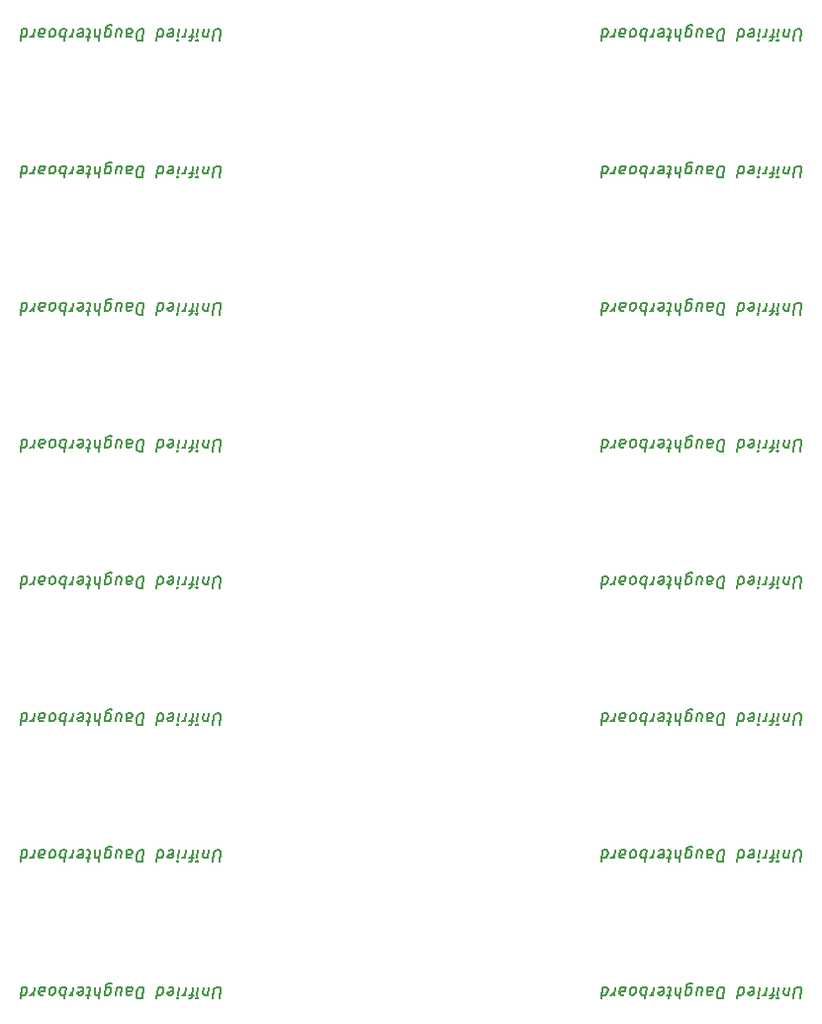
<source format=gto>
%TF.GenerationSoftware,KiCad,Pcbnew,(6.0.5)*%
%TF.CreationDate,2022-06-15T20:47:15+08:00*%
%TF.ProjectId,panel,70616e65-6c2e-46b6-9963-61645f706362,rev?*%
%TF.SameCoordinates,Original*%
%TF.FileFunction,Legend,Top*%
%TF.FilePolarity,Positive*%
%FSLAX46Y46*%
G04 Gerber Fmt 4.6, Leading zero omitted, Abs format (unit mm)*
G04 Created by KiCad (PCBNEW (6.0.5)) date 2022-06-15 20:47:15*
%MOMM*%
%LPD*%
G01*
G04 APERTURE LIST*
%ADD10C,0.150000*%
%ADD11C,0.500000*%
%ADD12C,0.800000*%
%ADD13C,6.400000*%
%ADD14C,0.650000*%
%ADD15O,1.200000X2.300000*%
%ADD16O,1.200000X1.800000*%
G04 APERTURE END LIST*
D10*
X53842130Y-111947619D02*
X53943320Y-111138095D01*
X53907606Y-111042857D01*
X53865939Y-110995238D01*
X53776653Y-110947619D01*
X53586177Y-110947619D01*
X53484987Y-110995238D01*
X53431415Y-111042857D01*
X53371892Y-111138095D01*
X53270701Y-111947619D01*
X52836177Y-111614285D02*
X52919511Y-110947619D01*
X52848082Y-111519047D02*
X52794511Y-111566666D01*
X52693320Y-111614285D01*
X52550463Y-111614285D01*
X52461177Y-111566666D01*
X52425463Y-111471428D01*
X52490939Y-110947619D01*
X52014749Y-110947619D02*
X51931415Y-111614285D01*
X51889749Y-111947619D02*
X51943320Y-111900000D01*
X51901653Y-111852380D01*
X51848082Y-111900000D01*
X51889749Y-111947619D01*
X51901653Y-111852380D01*
X51598082Y-111614285D02*
X51217130Y-111614285D01*
X51538558Y-110947619D02*
X51431415Y-111804761D01*
X51371892Y-111900000D01*
X51270701Y-111947619D01*
X51175463Y-111947619D01*
X50967130Y-110947619D02*
X50883796Y-111614285D01*
X50907606Y-111423809D02*
X50848082Y-111519047D01*
X50794511Y-111566666D01*
X50693320Y-111614285D01*
X50598082Y-111614285D01*
X50348082Y-110947619D02*
X50264749Y-111614285D01*
X50223082Y-111947619D02*
X50276653Y-111900000D01*
X50234987Y-111852380D01*
X50181415Y-111900000D01*
X50223082Y-111947619D01*
X50234987Y-111852380D01*
X49484987Y-110995238D02*
X49586177Y-110947619D01*
X49776653Y-110947619D01*
X49865939Y-110995238D01*
X49901653Y-111090476D01*
X49854034Y-111471428D01*
X49794511Y-111566666D01*
X49693320Y-111614285D01*
X49502844Y-111614285D01*
X49413558Y-111566666D01*
X49377844Y-111471428D01*
X49389749Y-111376190D01*
X49877844Y-111280952D01*
X48586177Y-110947619D02*
X48461177Y-111947619D01*
X48580225Y-110995238D02*
X48681415Y-110947619D01*
X48871892Y-110947619D01*
X48961177Y-110995238D01*
X49002844Y-111042857D01*
X49038558Y-111138095D01*
X49002844Y-111423809D01*
X48943320Y-111519047D01*
X48889749Y-111566666D01*
X48788558Y-111614285D01*
X48598082Y-111614285D01*
X48508796Y-111566666D01*
X47348082Y-110947619D02*
X47223082Y-111947619D01*
X46984987Y-111947619D01*
X46848082Y-111900000D01*
X46764749Y-111804761D01*
X46729034Y-111709523D01*
X46705225Y-111519047D01*
X46723082Y-111376190D01*
X46794511Y-111185714D01*
X46854034Y-111090476D01*
X46961177Y-110995238D01*
X47109987Y-110947619D01*
X47348082Y-110947619D01*
X45919511Y-110947619D02*
X45854034Y-111471428D01*
X45889749Y-111566666D01*
X45979034Y-111614285D01*
X46169511Y-111614285D01*
X46270701Y-111566666D01*
X45913558Y-110995238D02*
X46014749Y-110947619D01*
X46252844Y-110947619D01*
X46342130Y-110995238D01*
X46377844Y-111090476D01*
X46365939Y-111185714D01*
X46306415Y-111280952D01*
X46205225Y-111328571D01*
X45967130Y-111328571D01*
X45865939Y-111376190D01*
X44931415Y-111614285D02*
X45014749Y-110947619D01*
X45359987Y-111614285D02*
X45425463Y-111090476D01*
X45389749Y-110995238D01*
X45300463Y-110947619D01*
X45157606Y-110947619D01*
X45056415Y-110995238D01*
X45002844Y-111042857D01*
X44026653Y-111614285D02*
X44127844Y-110804761D01*
X44187368Y-110709523D01*
X44240939Y-110661904D01*
X44342130Y-110614285D01*
X44484987Y-110614285D01*
X44574273Y-110661904D01*
X44104034Y-110995238D02*
X44205225Y-110947619D01*
X44395701Y-110947619D01*
X44484987Y-110995238D01*
X44526653Y-111042857D01*
X44562368Y-111138095D01*
X44526653Y-111423809D01*
X44467130Y-111519047D01*
X44413558Y-111566666D01*
X44312368Y-111614285D01*
X44121892Y-111614285D01*
X44032606Y-111566666D01*
X43633796Y-110947619D02*
X43508796Y-111947619D01*
X43205225Y-110947619D02*
X43139749Y-111471428D01*
X43175463Y-111566666D01*
X43264749Y-111614285D01*
X43407606Y-111614285D01*
X43508796Y-111566666D01*
X43562368Y-111519047D01*
X42788558Y-111614285D02*
X42407606Y-111614285D01*
X42604034Y-111947619D02*
X42711177Y-111090476D01*
X42675463Y-110995238D01*
X42586177Y-110947619D01*
X42490939Y-110947619D01*
X41770701Y-110995238D02*
X41871892Y-110947619D01*
X42062368Y-110947619D01*
X42151653Y-110995238D01*
X42187368Y-111090476D01*
X42139749Y-111471428D01*
X42080225Y-111566666D01*
X41979034Y-111614285D01*
X41788558Y-111614285D01*
X41699273Y-111566666D01*
X41663558Y-111471428D01*
X41675463Y-111376190D01*
X42163558Y-111280952D01*
X41300463Y-110947619D02*
X41217130Y-111614285D01*
X41240939Y-111423809D02*
X41181415Y-111519047D01*
X41127844Y-111566666D01*
X41026653Y-111614285D01*
X40931415Y-111614285D01*
X40681415Y-110947619D02*
X40556415Y-111947619D01*
X40604034Y-111566666D02*
X40502844Y-111614285D01*
X40312368Y-111614285D01*
X40223082Y-111566666D01*
X40181415Y-111519047D01*
X40145701Y-111423809D01*
X40181415Y-111138095D01*
X40240939Y-111042857D01*
X40294511Y-110995238D01*
X40395701Y-110947619D01*
X40586177Y-110947619D01*
X40675463Y-110995238D01*
X39633796Y-110947619D02*
X39723082Y-110995238D01*
X39764749Y-111042857D01*
X39800463Y-111138095D01*
X39764749Y-111423809D01*
X39705225Y-111519047D01*
X39651653Y-111566666D01*
X39550463Y-111614285D01*
X39407606Y-111614285D01*
X39318320Y-111566666D01*
X39276653Y-111519047D01*
X39240939Y-111423809D01*
X39276653Y-111138095D01*
X39336177Y-111042857D01*
X39389749Y-110995238D01*
X39490939Y-110947619D01*
X39633796Y-110947619D01*
X38443320Y-110947619D02*
X38377844Y-111471428D01*
X38413558Y-111566666D01*
X38502844Y-111614285D01*
X38693320Y-111614285D01*
X38794511Y-111566666D01*
X38437368Y-110995238D02*
X38538558Y-110947619D01*
X38776653Y-110947619D01*
X38865939Y-110995238D01*
X38901653Y-111090476D01*
X38889749Y-111185714D01*
X38830225Y-111280952D01*
X38729034Y-111328571D01*
X38490939Y-111328571D01*
X38389749Y-111376190D01*
X37967130Y-110947619D02*
X37883796Y-111614285D01*
X37907606Y-111423809D02*
X37848082Y-111519047D01*
X37794511Y-111566666D01*
X37693320Y-111614285D01*
X37598082Y-111614285D01*
X36919511Y-110947619D02*
X36794511Y-111947619D01*
X36913558Y-110995238D02*
X37014749Y-110947619D01*
X37205225Y-110947619D01*
X37294511Y-110995238D01*
X37336177Y-111042857D01*
X37371892Y-111138095D01*
X37336177Y-111423809D01*
X37276653Y-111519047D01*
X37223082Y-111566666D01*
X37121892Y-111614285D01*
X36931415Y-111614285D01*
X36842130Y-111566666D01*
X103542130Y-100247619D02*
X103643320Y-99438095D01*
X103607606Y-99342857D01*
X103565939Y-99295238D01*
X103476653Y-99247619D01*
X103286177Y-99247619D01*
X103184987Y-99295238D01*
X103131415Y-99342857D01*
X103071892Y-99438095D01*
X102970701Y-100247619D01*
X102536177Y-99914285D02*
X102619511Y-99247619D01*
X102548082Y-99819047D02*
X102494511Y-99866666D01*
X102393320Y-99914285D01*
X102250463Y-99914285D01*
X102161177Y-99866666D01*
X102125463Y-99771428D01*
X102190939Y-99247619D01*
X101714749Y-99247619D02*
X101631415Y-99914285D01*
X101589749Y-100247619D02*
X101643320Y-100200000D01*
X101601653Y-100152380D01*
X101548082Y-100200000D01*
X101589749Y-100247619D01*
X101601653Y-100152380D01*
X101298082Y-99914285D02*
X100917130Y-99914285D01*
X101238558Y-99247619D02*
X101131415Y-100104761D01*
X101071892Y-100200000D01*
X100970701Y-100247619D01*
X100875463Y-100247619D01*
X100667130Y-99247619D02*
X100583796Y-99914285D01*
X100607606Y-99723809D02*
X100548082Y-99819047D01*
X100494511Y-99866666D01*
X100393320Y-99914285D01*
X100298082Y-99914285D01*
X100048082Y-99247619D02*
X99964749Y-99914285D01*
X99923082Y-100247619D02*
X99976653Y-100200000D01*
X99934987Y-100152380D01*
X99881415Y-100200000D01*
X99923082Y-100247619D01*
X99934987Y-100152380D01*
X99184987Y-99295238D02*
X99286177Y-99247619D01*
X99476653Y-99247619D01*
X99565939Y-99295238D01*
X99601653Y-99390476D01*
X99554034Y-99771428D01*
X99494511Y-99866666D01*
X99393320Y-99914285D01*
X99202844Y-99914285D01*
X99113558Y-99866666D01*
X99077844Y-99771428D01*
X99089749Y-99676190D01*
X99577844Y-99580952D01*
X98286177Y-99247619D02*
X98161177Y-100247619D01*
X98280225Y-99295238D02*
X98381415Y-99247619D01*
X98571892Y-99247619D01*
X98661177Y-99295238D01*
X98702844Y-99342857D01*
X98738558Y-99438095D01*
X98702844Y-99723809D01*
X98643320Y-99819047D01*
X98589749Y-99866666D01*
X98488558Y-99914285D01*
X98298082Y-99914285D01*
X98208796Y-99866666D01*
X97048082Y-99247619D02*
X96923082Y-100247619D01*
X96684987Y-100247619D01*
X96548082Y-100200000D01*
X96464749Y-100104761D01*
X96429034Y-100009523D01*
X96405225Y-99819047D01*
X96423082Y-99676190D01*
X96494511Y-99485714D01*
X96554034Y-99390476D01*
X96661177Y-99295238D01*
X96809987Y-99247619D01*
X97048082Y-99247619D01*
X95619511Y-99247619D02*
X95554034Y-99771428D01*
X95589749Y-99866666D01*
X95679034Y-99914285D01*
X95869511Y-99914285D01*
X95970701Y-99866666D01*
X95613558Y-99295238D02*
X95714749Y-99247619D01*
X95952844Y-99247619D01*
X96042130Y-99295238D01*
X96077844Y-99390476D01*
X96065939Y-99485714D01*
X96006415Y-99580952D01*
X95905225Y-99628571D01*
X95667130Y-99628571D01*
X95565939Y-99676190D01*
X94631415Y-99914285D02*
X94714749Y-99247619D01*
X95059987Y-99914285D02*
X95125463Y-99390476D01*
X95089749Y-99295238D01*
X95000463Y-99247619D01*
X94857606Y-99247619D01*
X94756415Y-99295238D01*
X94702844Y-99342857D01*
X93726653Y-99914285D02*
X93827844Y-99104761D01*
X93887368Y-99009523D01*
X93940939Y-98961904D01*
X94042130Y-98914285D01*
X94184987Y-98914285D01*
X94274273Y-98961904D01*
X93804034Y-99295238D02*
X93905225Y-99247619D01*
X94095701Y-99247619D01*
X94184987Y-99295238D01*
X94226653Y-99342857D01*
X94262368Y-99438095D01*
X94226653Y-99723809D01*
X94167130Y-99819047D01*
X94113558Y-99866666D01*
X94012368Y-99914285D01*
X93821892Y-99914285D01*
X93732606Y-99866666D01*
X93333796Y-99247619D02*
X93208796Y-100247619D01*
X92905225Y-99247619D02*
X92839749Y-99771428D01*
X92875463Y-99866666D01*
X92964749Y-99914285D01*
X93107606Y-99914285D01*
X93208796Y-99866666D01*
X93262368Y-99819047D01*
X92488558Y-99914285D02*
X92107606Y-99914285D01*
X92304034Y-100247619D02*
X92411177Y-99390476D01*
X92375463Y-99295238D01*
X92286177Y-99247619D01*
X92190939Y-99247619D01*
X91470701Y-99295238D02*
X91571892Y-99247619D01*
X91762368Y-99247619D01*
X91851653Y-99295238D01*
X91887368Y-99390476D01*
X91839749Y-99771428D01*
X91780225Y-99866666D01*
X91679034Y-99914285D01*
X91488558Y-99914285D01*
X91399273Y-99866666D01*
X91363558Y-99771428D01*
X91375463Y-99676190D01*
X91863558Y-99580952D01*
X91000463Y-99247619D02*
X90917130Y-99914285D01*
X90940939Y-99723809D02*
X90881415Y-99819047D01*
X90827844Y-99866666D01*
X90726653Y-99914285D01*
X90631415Y-99914285D01*
X90381415Y-99247619D02*
X90256415Y-100247619D01*
X90304034Y-99866666D02*
X90202844Y-99914285D01*
X90012368Y-99914285D01*
X89923082Y-99866666D01*
X89881415Y-99819047D01*
X89845701Y-99723809D01*
X89881415Y-99438095D01*
X89940939Y-99342857D01*
X89994511Y-99295238D01*
X90095701Y-99247619D01*
X90286177Y-99247619D01*
X90375463Y-99295238D01*
X89333796Y-99247619D02*
X89423082Y-99295238D01*
X89464749Y-99342857D01*
X89500463Y-99438095D01*
X89464749Y-99723809D01*
X89405225Y-99819047D01*
X89351653Y-99866666D01*
X89250463Y-99914285D01*
X89107606Y-99914285D01*
X89018320Y-99866666D01*
X88976653Y-99819047D01*
X88940939Y-99723809D01*
X88976653Y-99438095D01*
X89036177Y-99342857D01*
X89089749Y-99295238D01*
X89190939Y-99247619D01*
X89333796Y-99247619D01*
X88143320Y-99247619D02*
X88077844Y-99771428D01*
X88113558Y-99866666D01*
X88202844Y-99914285D01*
X88393320Y-99914285D01*
X88494511Y-99866666D01*
X88137368Y-99295238D02*
X88238558Y-99247619D01*
X88476653Y-99247619D01*
X88565939Y-99295238D01*
X88601653Y-99390476D01*
X88589749Y-99485714D01*
X88530225Y-99580952D01*
X88429034Y-99628571D01*
X88190939Y-99628571D01*
X88089749Y-99676190D01*
X87667130Y-99247619D02*
X87583796Y-99914285D01*
X87607606Y-99723809D02*
X87548082Y-99819047D01*
X87494511Y-99866666D01*
X87393320Y-99914285D01*
X87298082Y-99914285D01*
X86619511Y-99247619D02*
X86494511Y-100247619D01*
X86613558Y-99295238D02*
X86714749Y-99247619D01*
X86905225Y-99247619D01*
X86994511Y-99295238D01*
X87036177Y-99342857D01*
X87071892Y-99438095D01*
X87036177Y-99723809D01*
X86976653Y-99819047D01*
X86923082Y-99866666D01*
X86821892Y-99914285D01*
X86631415Y-99914285D01*
X86542130Y-99866666D01*
X103542130Y-65147619D02*
X103643320Y-64338095D01*
X103607606Y-64242857D01*
X103565939Y-64195238D01*
X103476653Y-64147619D01*
X103286177Y-64147619D01*
X103184987Y-64195238D01*
X103131415Y-64242857D01*
X103071892Y-64338095D01*
X102970701Y-65147619D01*
X102536177Y-64814285D02*
X102619511Y-64147619D01*
X102548082Y-64719047D02*
X102494511Y-64766666D01*
X102393320Y-64814285D01*
X102250463Y-64814285D01*
X102161177Y-64766666D01*
X102125463Y-64671428D01*
X102190939Y-64147619D01*
X101714749Y-64147619D02*
X101631415Y-64814285D01*
X101589749Y-65147619D02*
X101643320Y-65100000D01*
X101601653Y-65052380D01*
X101548082Y-65100000D01*
X101589749Y-65147619D01*
X101601653Y-65052380D01*
X101298082Y-64814285D02*
X100917130Y-64814285D01*
X101238558Y-64147619D02*
X101131415Y-65004761D01*
X101071892Y-65100000D01*
X100970701Y-65147619D01*
X100875463Y-65147619D01*
X100667130Y-64147619D02*
X100583796Y-64814285D01*
X100607606Y-64623809D02*
X100548082Y-64719047D01*
X100494511Y-64766666D01*
X100393320Y-64814285D01*
X100298082Y-64814285D01*
X100048082Y-64147619D02*
X99964749Y-64814285D01*
X99923082Y-65147619D02*
X99976653Y-65100000D01*
X99934987Y-65052380D01*
X99881415Y-65100000D01*
X99923082Y-65147619D01*
X99934987Y-65052380D01*
X99184987Y-64195238D02*
X99286177Y-64147619D01*
X99476653Y-64147619D01*
X99565939Y-64195238D01*
X99601653Y-64290476D01*
X99554034Y-64671428D01*
X99494511Y-64766666D01*
X99393320Y-64814285D01*
X99202844Y-64814285D01*
X99113558Y-64766666D01*
X99077844Y-64671428D01*
X99089749Y-64576190D01*
X99577844Y-64480952D01*
X98286177Y-64147619D02*
X98161177Y-65147619D01*
X98280225Y-64195238D02*
X98381415Y-64147619D01*
X98571892Y-64147619D01*
X98661177Y-64195238D01*
X98702844Y-64242857D01*
X98738558Y-64338095D01*
X98702844Y-64623809D01*
X98643320Y-64719047D01*
X98589749Y-64766666D01*
X98488558Y-64814285D01*
X98298082Y-64814285D01*
X98208796Y-64766666D01*
X97048082Y-64147619D02*
X96923082Y-65147619D01*
X96684987Y-65147619D01*
X96548082Y-65100000D01*
X96464749Y-65004761D01*
X96429034Y-64909523D01*
X96405225Y-64719047D01*
X96423082Y-64576190D01*
X96494511Y-64385714D01*
X96554034Y-64290476D01*
X96661177Y-64195238D01*
X96809987Y-64147619D01*
X97048082Y-64147619D01*
X95619511Y-64147619D02*
X95554034Y-64671428D01*
X95589749Y-64766666D01*
X95679034Y-64814285D01*
X95869511Y-64814285D01*
X95970701Y-64766666D01*
X95613558Y-64195238D02*
X95714749Y-64147619D01*
X95952844Y-64147619D01*
X96042130Y-64195238D01*
X96077844Y-64290476D01*
X96065939Y-64385714D01*
X96006415Y-64480952D01*
X95905225Y-64528571D01*
X95667130Y-64528571D01*
X95565939Y-64576190D01*
X94631415Y-64814285D02*
X94714749Y-64147619D01*
X95059987Y-64814285D02*
X95125463Y-64290476D01*
X95089749Y-64195238D01*
X95000463Y-64147619D01*
X94857606Y-64147619D01*
X94756415Y-64195238D01*
X94702844Y-64242857D01*
X93726653Y-64814285D02*
X93827844Y-64004761D01*
X93887368Y-63909523D01*
X93940939Y-63861904D01*
X94042130Y-63814285D01*
X94184987Y-63814285D01*
X94274273Y-63861904D01*
X93804034Y-64195238D02*
X93905225Y-64147619D01*
X94095701Y-64147619D01*
X94184987Y-64195238D01*
X94226653Y-64242857D01*
X94262368Y-64338095D01*
X94226653Y-64623809D01*
X94167130Y-64719047D01*
X94113558Y-64766666D01*
X94012368Y-64814285D01*
X93821892Y-64814285D01*
X93732606Y-64766666D01*
X93333796Y-64147619D02*
X93208796Y-65147619D01*
X92905225Y-64147619D02*
X92839749Y-64671428D01*
X92875463Y-64766666D01*
X92964749Y-64814285D01*
X93107606Y-64814285D01*
X93208796Y-64766666D01*
X93262368Y-64719047D01*
X92488558Y-64814285D02*
X92107606Y-64814285D01*
X92304034Y-65147619D02*
X92411177Y-64290476D01*
X92375463Y-64195238D01*
X92286177Y-64147619D01*
X92190939Y-64147619D01*
X91470701Y-64195238D02*
X91571892Y-64147619D01*
X91762368Y-64147619D01*
X91851653Y-64195238D01*
X91887368Y-64290476D01*
X91839749Y-64671428D01*
X91780225Y-64766666D01*
X91679034Y-64814285D01*
X91488558Y-64814285D01*
X91399273Y-64766666D01*
X91363558Y-64671428D01*
X91375463Y-64576190D01*
X91863558Y-64480952D01*
X91000463Y-64147619D02*
X90917130Y-64814285D01*
X90940939Y-64623809D02*
X90881415Y-64719047D01*
X90827844Y-64766666D01*
X90726653Y-64814285D01*
X90631415Y-64814285D01*
X90381415Y-64147619D02*
X90256415Y-65147619D01*
X90304034Y-64766666D02*
X90202844Y-64814285D01*
X90012368Y-64814285D01*
X89923082Y-64766666D01*
X89881415Y-64719047D01*
X89845701Y-64623809D01*
X89881415Y-64338095D01*
X89940939Y-64242857D01*
X89994511Y-64195238D01*
X90095701Y-64147619D01*
X90286177Y-64147619D01*
X90375463Y-64195238D01*
X89333796Y-64147619D02*
X89423082Y-64195238D01*
X89464749Y-64242857D01*
X89500463Y-64338095D01*
X89464749Y-64623809D01*
X89405225Y-64719047D01*
X89351653Y-64766666D01*
X89250463Y-64814285D01*
X89107606Y-64814285D01*
X89018320Y-64766666D01*
X88976653Y-64719047D01*
X88940939Y-64623809D01*
X88976653Y-64338095D01*
X89036177Y-64242857D01*
X89089749Y-64195238D01*
X89190939Y-64147619D01*
X89333796Y-64147619D01*
X88143320Y-64147619D02*
X88077844Y-64671428D01*
X88113558Y-64766666D01*
X88202844Y-64814285D01*
X88393320Y-64814285D01*
X88494511Y-64766666D01*
X88137368Y-64195238D02*
X88238558Y-64147619D01*
X88476653Y-64147619D01*
X88565939Y-64195238D01*
X88601653Y-64290476D01*
X88589749Y-64385714D01*
X88530225Y-64480952D01*
X88429034Y-64528571D01*
X88190939Y-64528571D01*
X88089749Y-64576190D01*
X87667130Y-64147619D02*
X87583796Y-64814285D01*
X87607606Y-64623809D02*
X87548082Y-64719047D01*
X87494511Y-64766666D01*
X87393320Y-64814285D01*
X87298082Y-64814285D01*
X86619511Y-64147619D02*
X86494511Y-65147619D01*
X86613558Y-64195238D02*
X86714749Y-64147619D01*
X86905225Y-64147619D01*
X86994511Y-64195238D01*
X87036177Y-64242857D01*
X87071892Y-64338095D01*
X87036177Y-64623809D01*
X86976653Y-64719047D01*
X86923082Y-64766666D01*
X86821892Y-64814285D01*
X86631415Y-64814285D01*
X86542130Y-64766666D01*
X103542130Y-111947619D02*
X103643320Y-111138095D01*
X103607606Y-111042857D01*
X103565939Y-110995238D01*
X103476653Y-110947619D01*
X103286177Y-110947619D01*
X103184987Y-110995238D01*
X103131415Y-111042857D01*
X103071892Y-111138095D01*
X102970701Y-111947619D01*
X102536177Y-111614285D02*
X102619511Y-110947619D01*
X102548082Y-111519047D02*
X102494511Y-111566666D01*
X102393320Y-111614285D01*
X102250463Y-111614285D01*
X102161177Y-111566666D01*
X102125463Y-111471428D01*
X102190939Y-110947619D01*
X101714749Y-110947619D02*
X101631415Y-111614285D01*
X101589749Y-111947619D02*
X101643320Y-111900000D01*
X101601653Y-111852380D01*
X101548082Y-111900000D01*
X101589749Y-111947619D01*
X101601653Y-111852380D01*
X101298082Y-111614285D02*
X100917130Y-111614285D01*
X101238558Y-110947619D02*
X101131415Y-111804761D01*
X101071892Y-111900000D01*
X100970701Y-111947619D01*
X100875463Y-111947619D01*
X100667130Y-110947619D02*
X100583796Y-111614285D01*
X100607606Y-111423809D02*
X100548082Y-111519047D01*
X100494511Y-111566666D01*
X100393320Y-111614285D01*
X100298082Y-111614285D01*
X100048082Y-110947619D02*
X99964749Y-111614285D01*
X99923082Y-111947619D02*
X99976653Y-111900000D01*
X99934987Y-111852380D01*
X99881415Y-111900000D01*
X99923082Y-111947619D01*
X99934987Y-111852380D01*
X99184987Y-110995238D02*
X99286177Y-110947619D01*
X99476653Y-110947619D01*
X99565939Y-110995238D01*
X99601653Y-111090476D01*
X99554034Y-111471428D01*
X99494511Y-111566666D01*
X99393320Y-111614285D01*
X99202844Y-111614285D01*
X99113558Y-111566666D01*
X99077844Y-111471428D01*
X99089749Y-111376190D01*
X99577844Y-111280952D01*
X98286177Y-110947619D02*
X98161177Y-111947619D01*
X98280225Y-110995238D02*
X98381415Y-110947619D01*
X98571892Y-110947619D01*
X98661177Y-110995238D01*
X98702844Y-111042857D01*
X98738558Y-111138095D01*
X98702844Y-111423809D01*
X98643320Y-111519047D01*
X98589749Y-111566666D01*
X98488558Y-111614285D01*
X98298082Y-111614285D01*
X98208796Y-111566666D01*
X97048082Y-110947619D02*
X96923082Y-111947619D01*
X96684987Y-111947619D01*
X96548082Y-111900000D01*
X96464749Y-111804761D01*
X96429034Y-111709523D01*
X96405225Y-111519047D01*
X96423082Y-111376190D01*
X96494511Y-111185714D01*
X96554034Y-111090476D01*
X96661177Y-110995238D01*
X96809987Y-110947619D01*
X97048082Y-110947619D01*
X95619511Y-110947619D02*
X95554034Y-111471428D01*
X95589749Y-111566666D01*
X95679034Y-111614285D01*
X95869511Y-111614285D01*
X95970701Y-111566666D01*
X95613558Y-110995238D02*
X95714749Y-110947619D01*
X95952844Y-110947619D01*
X96042130Y-110995238D01*
X96077844Y-111090476D01*
X96065939Y-111185714D01*
X96006415Y-111280952D01*
X95905225Y-111328571D01*
X95667130Y-111328571D01*
X95565939Y-111376190D01*
X94631415Y-111614285D02*
X94714749Y-110947619D01*
X95059987Y-111614285D02*
X95125463Y-111090476D01*
X95089749Y-110995238D01*
X95000463Y-110947619D01*
X94857606Y-110947619D01*
X94756415Y-110995238D01*
X94702844Y-111042857D01*
X93726653Y-111614285D02*
X93827844Y-110804761D01*
X93887368Y-110709523D01*
X93940939Y-110661904D01*
X94042130Y-110614285D01*
X94184987Y-110614285D01*
X94274273Y-110661904D01*
X93804034Y-110995238D02*
X93905225Y-110947619D01*
X94095701Y-110947619D01*
X94184987Y-110995238D01*
X94226653Y-111042857D01*
X94262368Y-111138095D01*
X94226653Y-111423809D01*
X94167130Y-111519047D01*
X94113558Y-111566666D01*
X94012368Y-111614285D01*
X93821892Y-111614285D01*
X93732606Y-111566666D01*
X93333796Y-110947619D02*
X93208796Y-111947619D01*
X92905225Y-110947619D02*
X92839749Y-111471428D01*
X92875463Y-111566666D01*
X92964749Y-111614285D01*
X93107606Y-111614285D01*
X93208796Y-111566666D01*
X93262368Y-111519047D01*
X92488558Y-111614285D02*
X92107606Y-111614285D01*
X92304034Y-111947619D02*
X92411177Y-111090476D01*
X92375463Y-110995238D01*
X92286177Y-110947619D01*
X92190939Y-110947619D01*
X91470701Y-110995238D02*
X91571892Y-110947619D01*
X91762368Y-110947619D01*
X91851653Y-110995238D01*
X91887368Y-111090476D01*
X91839749Y-111471428D01*
X91780225Y-111566666D01*
X91679034Y-111614285D01*
X91488558Y-111614285D01*
X91399273Y-111566666D01*
X91363558Y-111471428D01*
X91375463Y-111376190D01*
X91863558Y-111280952D01*
X91000463Y-110947619D02*
X90917130Y-111614285D01*
X90940939Y-111423809D02*
X90881415Y-111519047D01*
X90827844Y-111566666D01*
X90726653Y-111614285D01*
X90631415Y-111614285D01*
X90381415Y-110947619D02*
X90256415Y-111947619D01*
X90304034Y-111566666D02*
X90202844Y-111614285D01*
X90012368Y-111614285D01*
X89923082Y-111566666D01*
X89881415Y-111519047D01*
X89845701Y-111423809D01*
X89881415Y-111138095D01*
X89940939Y-111042857D01*
X89994511Y-110995238D01*
X90095701Y-110947619D01*
X90286177Y-110947619D01*
X90375463Y-110995238D01*
X89333796Y-110947619D02*
X89423082Y-110995238D01*
X89464749Y-111042857D01*
X89500463Y-111138095D01*
X89464749Y-111423809D01*
X89405225Y-111519047D01*
X89351653Y-111566666D01*
X89250463Y-111614285D01*
X89107606Y-111614285D01*
X89018320Y-111566666D01*
X88976653Y-111519047D01*
X88940939Y-111423809D01*
X88976653Y-111138095D01*
X89036177Y-111042857D01*
X89089749Y-110995238D01*
X89190939Y-110947619D01*
X89333796Y-110947619D01*
X88143320Y-110947619D02*
X88077844Y-111471428D01*
X88113558Y-111566666D01*
X88202844Y-111614285D01*
X88393320Y-111614285D01*
X88494511Y-111566666D01*
X88137368Y-110995238D02*
X88238558Y-110947619D01*
X88476653Y-110947619D01*
X88565939Y-110995238D01*
X88601653Y-111090476D01*
X88589749Y-111185714D01*
X88530225Y-111280952D01*
X88429034Y-111328571D01*
X88190939Y-111328571D01*
X88089749Y-111376190D01*
X87667130Y-110947619D02*
X87583796Y-111614285D01*
X87607606Y-111423809D02*
X87548082Y-111519047D01*
X87494511Y-111566666D01*
X87393320Y-111614285D01*
X87298082Y-111614285D01*
X86619511Y-110947619D02*
X86494511Y-111947619D01*
X86613558Y-110995238D02*
X86714749Y-110947619D01*
X86905225Y-110947619D01*
X86994511Y-110995238D01*
X87036177Y-111042857D01*
X87071892Y-111138095D01*
X87036177Y-111423809D01*
X86976653Y-111519047D01*
X86923082Y-111566666D01*
X86821892Y-111614285D01*
X86631415Y-111614285D01*
X86542130Y-111566666D01*
X53842130Y-88547619D02*
X53943320Y-87738095D01*
X53907606Y-87642857D01*
X53865939Y-87595238D01*
X53776653Y-87547619D01*
X53586177Y-87547619D01*
X53484987Y-87595238D01*
X53431415Y-87642857D01*
X53371892Y-87738095D01*
X53270701Y-88547619D01*
X52836177Y-88214285D02*
X52919511Y-87547619D01*
X52848082Y-88119047D02*
X52794511Y-88166666D01*
X52693320Y-88214285D01*
X52550463Y-88214285D01*
X52461177Y-88166666D01*
X52425463Y-88071428D01*
X52490939Y-87547619D01*
X52014749Y-87547619D02*
X51931415Y-88214285D01*
X51889749Y-88547619D02*
X51943320Y-88500000D01*
X51901653Y-88452380D01*
X51848082Y-88500000D01*
X51889749Y-88547619D01*
X51901653Y-88452380D01*
X51598082Y-88214285D02*
X51217130Y-88214285D01*
X51538558Y-87547619D02*
X51431415Y-88404761D01*
X51371892Y-88500000D01*
X51270701Y-88547619D01*
X51175463Y-88547619D01*
X50967130Y-87547619D02*
X50883796Y-88214285D01*
X50907606Y-88023809D02*
X50848082Y-88119047D01*
X50794511Y-88166666D01*
X50693320Y-88214285D01*
X50598082Y-88214285D01*
X50348082Y-87547619D02*
X50264749Y-88214285D01*
X50223082Y-88547619D02*
X50276653Y-88500000D01*
X50234987Y-88452380D01*
X50181415Y-88500000D01*
X50223082Y-88547619D01*
X50234987Y-88452380D01*
X49484987Y-87595238D02*
X49586177Y-87547619D01*
X49776653Y-87547619D01*
X49865939Y-87595238D01*
X49901653Y-87690476D01*
X49854034Y-88071428D01*
X49794511Y-88166666D01*
X49693320Y-88214285D01*
X49502844Y-88214285D01*
X49413558Y-88166666D01*
X49377844Y-88071428D01*
X49389749Y-87976190D01*
X49877844Y-87880952D01*
X48586177Y-87547619D02*
X48461177Y-88547619D01*
X48580225Y-87595238D02*
X48681415Y-87547619D01*
X48871892Y-87547619D01*
X48961177Y-87595238D01*
X49002844Y-87642857D01*
X49038558Y-87738095D01*
X49002844Y-88023809D01*
X48943320Y-88119047D01*
X48889749Y-88166666D01*
X48788558Y-88214285D01*
X48598082Y-88214285D01*
X48508796Y-88166666D01*
X47348082Y-87547619D02*
X47223082Y-88547619D01*
X46984987Y-88547619D01*
X46848082Y-88500000D01*
X46764749Y-88404761D01*
X46729034Y-88309523D01*
X46705225Y-88119047D01*
X46723082Y-87976190D01*
X46794511Y-87785714D01*
X46854034Y-87690476D01*
X46961177Y-87595238D01*
X47109987Y-87547619D01*
X47348082Y-87547619D01*
X45919511Y-87547619D02*
X45854034Y-88071428D01*
X45889749Y-88166666D01*
X45979034Y-88214285D01*
X46169511Y-88214285D01*
X46270701Y-88166666D01*
X45913558Y-87595238D02*
X46014749Y-87547619D01*
X46252844Y-87547619D01*
X46342130Y-87595238D01*
X46377844Y-87690476D01*
X46365939Y-87785714D01*
X46306415Y-87880952D01*
X46205225Y-87928571D01*
X45967130Y-87928571D01*
X45865939Y-87976190D01*
X44931415Y-88214285D02*
X45014749Y-87547619D01*
X45359987Y-88214285D02*
X45425463Y-87690476D01*
X45389749Y-87595238D01*
X45300463Y-87547619D01*
X45157606Y-87547619D01*
X45056415Y-87595238D01*
X45002844Y-87642857D01*
X44026653Y-88214285D02*
X44127844Y-87404761D01*
X44187368Y-87309523D01*
X44240939Y-87261904D01*
X44342130Y-87214285D01*
X44484987Y-87214285D01*
X44574273Y-87261904D01*
X44104034Y-87595238D02*
X44205225Y-87547619D01*
X44395701Y-87547619D01*
X44484987Y-87595238D01*
X44526653Y-87642857D01*
X44562368Y-87738095D01*
X44526653Y-88023809D01*
X44467130Y-88119047D01*
X44413558Y-88166666D01*
X44312368Y-88214285D01*
X44121892Y-88214285D01*
X44032606Y-88166666D01*
X43633796Y-87547619D02*
X43508796Y-88547619D01*
X43205225Y-87547619D02*
X43139749Y-88071428D01*
X43175463Y-88166666D01*
X43264749Y-88214285D01*
X43407606Y-88214285D01*
X43508796Y-88166666D01*
X43562368Y-88119047D01*
X42788558Y-88214285D02*
X42407606Y-88214285D01*
X42604034Y-88547619D02*
X42711177Y-87690476D01*
X42675463Y-87595238D01*
X42586177Y-87547619D01*
X42490939Y-87547619D01*
X41770701Y-87595238D02*
X41871892Y-87547619D01*
X42062368Y-87547619D01*
X42151653Y-87595238D01*
X42187368Y-87690476D01*
X42139749Y-88071428D01*
X42080225Y-88166666D01*
X41979034Y-88214285D01*
X41788558Y-88214285D01*
X41699273Y-88166666D01*
X41663558Y-88071428D01*
X41675463Y-87976190D01*
X42163558Y-87880952D01*
X41300463Y-87547619D02*
X41217130Y-88214285D01*
X41240939Y-88023809D02*
X41181415Y-88119047D01*
X41127844Y-88166666D01*
X41026653Y-88214285D01*
X40931415Y-88214285D01*
X40681415Y-87547619D02*
X40556415Y-88547619D01*
X40604034Y-88166666D02*
X40502844Y-88214285D01*
X40312368Y-88214285D01*
X40223082Y-88166666D01*
X40181415Y-88119047D01*
X40145701Y-88023809D01*
X40181415Y-87738095D01*
X40240939Y-87642857D01*
X40294511Y-87595238D01*
X40395701Y-87547619D01*
X40586177Y-87547619D01*
X40675463Y-87595238D01*
X39633796Y-87547619D02*
X39723082Y-87595238D01*
X39764749Y-87642857D01*
X39800463Y-87738095D01*
X39764749Y-88023809D01*
X39705225Y-88119047D01*
X39651653Y-88166666D01*
X39550463Y-88214285D01*
X39407606Y-88214285D01*
X39318320Y-88166666D01*
X39276653Y-88119047D01*
X39240939Y-88023809D01*
X39276653Y-87738095D01*
X39336177Y-87642857D01*
X39389749Y-87595238D01*
X39490939Y-87547619D01*
X39633796Y-87547619D01*
X38443320Y-87547619D02*
X38377844Y-88071428D01*
X38413558Y-88166666D01*
X38502844Y-88214285D01*
X38693320Y-88214285D01*
X38794511Y-88166666D01*
X38437368Y-87595238D02*
X38538558Y-87547619D01*
X38776653Y-87547619D01*
X38865939Y-87595238D01*
X38901653Y-87690476D01*
X38889749Y-87785714D01*
X38830225Y-87880952D01*
X38729034Y-87928571D01*
X38490939Y-87928571D01*
X38389749Y-87976190D01*
X37967130Y-87547619D02*
X37883796Y-88214285D01*
X37907606Y-88023809D02*
X37848082Y-88119047D01*
X37794511Y-88166666D01*
X37693320Y-88214285D01*
X37598082Y-88214285D01*
X36919511Y-87547619D02*
X36794511Y-88547619D01*
X36913558Y-87595238D02*
X37014749Y-87547619D01*
X37205225Y-87547619D01*
X37294511Y-87595238D01*
X37336177Y-87642857D01*
X37371892Y-87738095D01*
X37336177Y-88023809D01*
X37276653Y-88119047D01*
X37223082Y-88166666D01*
X37121892Y-88214285D01*
X36931415Y-88214285D01*
X36842130Y-88166666D01*
X103542130Y-88547619D02*
X103643320Y-87738095D01*
X103607606Y-87642857D01*
X103565939Y-87595238D01*
X103476653Y-87547619D01*
X103286177Y-87547619D01*
X103184987Y-87595238D01*
X103131415Y-87642857D01*
X103071892Y-87738095D01*
X102970701Y-88547619D01*
X102536177Y-88214285D02*
X102619511Y-87547619D01*
X102548082Y-88119047D02*
X102494511Y-88166666D01*
X102393320Y-88214285D01*
X102250463Y-88214285D01*
X102161177Y-88166666D01*
X102125463Y-88071428D01*
X102190939Y-87547619D01*
X101714749Y-87547619D02*
X101631415Y-88214285D01*
X101589749Y-88547619D02*
X101643320Y-88500000D01*
X101601653Y-88452380D01*
X101548082Y-88500000D01*
X101589749Y-88547619D01*
X101601653Y-88452380D01*
X101298082Y-88214285D02*
X100917130Y-88214285D01*
X101238558Y-87547619D02*
X101131415Y-88404761D01*
X101071892Y-88500000D01*
X100970701Y-88547619D01*
X100875463Y-88547619D01*
X100667130Y-87547619D02*
X100583796Y-88214285D01*
X100607606Y-88023809D02*
X100548082Y-88119047D01*
X100494511Y-88166666D01*
X100393320Y-88214285D01*
X100298082Y-88214285D01*
X100048082Y-87547619D02*
X99964749Y-88214285D01*
X99923082Y-88547619D02*
X99976653Y-88500000D01*
X99934987Y-88452380D01*
X99881415Y-88500000D01*
X99923082Y-88547619D01*
X99934987Y-88452380D01*
X99184987Y-87595238D02*
X99286177Y-87547619D01*
X99476653Y-87547619D01*
X99565939Y-87595238D01*
X99601653Y-87690476D01*
X99554034Y-88071428D01*
X99494511Y-88166666D01*
X99393320Y-88214285D01*
X99202844Y-88214285D01*
X99113558Y-88166666D01*
X99077844Y-88071428D01*
X99089749Y-87976190D01*
X99577844Y-87880952D01*
X98286177Y-87547619D02*
X98161177Y-88547619D01*
X98280225Y-87595238D02*
X98381415Y-87547619D01*
X98571892Y-87547619D01*
X98661177Y-87595238D01*
X98702844Y-87642857D01*
X98738558Y-87738095D01*
X98702844Y-88023809D01*
X98643320Y-88119047D01*
X98589749Y-88166666D01*
X98488558Y-88214285D01*
X98298082Y-88214285D01*
X98208796Y-88166666D01*
X97048082Y-87547619D02*
X96923082Y-88547619D01*
X96684987Y-88547619D01*
X96548082Y-88500000D01*
X96464749Y-88404761D01*
X96429034Y-88309523D01*
X96405225Y-88119047D01*
X96423082Y-87976190D01*
X96494511Y-87785714D01*
X96554034Y-87690476D01*
X96661177Y-87595238D01*
X96809987Y-87547619D01*
X97048082Y-87547619D01*
X95619511Y-87547619D02*
X95554034Y-88071428D01*
X95589749Y-88166666D01*
X95679034Y-88214285D01*
X95869511Y-88214285D01*
X95970701Y-88166666D01*
X95613558Y-87595238D02*
X95714749Y-87547619D01*
X95952844Y-87547619D01*
X96042130Y-87595238D01*
X96077844Y-87690476D01*
X96065939Y-87785714D01*
X96006415Y-87880952D01*
X95905225Y-87928571D01*
X95667130Y-87928571D01*
X95565939Y-87976190D01*
X94631415Y-88214285D02*
X94714749Y-87547619D01*
X95059987Y-88214285D02*
X95125463Y-87690476D01*
X95089749Y-87595238D01*
X95000463Y-87547619D01*
X94857606Y-87547619D01*
X94756415Y-87595238D01*
X94702844Y-87642857D01*
X93726653Y-88214285D02*
X93827844Y-87404761D01*
X93887368Y-87309523D01*
X93940939Y-87261904D01*
X94042130Y-87214285D01*
X94184987Y-87214285D01*
X94274273Y-87261904D01*
X93804034Y-87595238D02*
X93905225Y-87547619D01*
X94095701Y-87547619D01*
X94184987Y-87595238D01*
X94226653Y-87642857D01*
X94262368Y-87738095D01*
X94226653Y-88023809D01*
X94167130Y-88119047D01*
X94113558Y-88166666D01*
X94012368Y-88214285D01*
X93821892Y-88214285D01*
X93732606Y-88166666D01*
X93333796Y-87547619D02*
X93208796Y-88547619D01*
X92905225Y-87547619D02*
X92839749Y-88071428D01*
X92875463Y-88166666D01*
X92964749Y-88214285D01*
X93107606Y-88214285D01*
X93208796Y-88166666D01*
X93262368Y-88119047D01*
X92488558Y-88214285D02*
X92107606Y-88214285D01*
X92304034Y-88547619D02*
X92411177Y-87690476D01*
X92375463Y-87595238D01*
X92286177Y-87547619D01*
X92190939Y-87547619D01*
X91470701Y-87595238D02*
X91571892Y-87547619D01*
X91762368Y-87547619D01*
X91851653Y-87595238D01*
X91887368Y-87690476D01*
X91839749Y-88071428D01*
X91780225Y-88166666D01*
X91679034Y-88214285D01*
X91488558Y-88214285D01*
X91399273Y-88166666D01*
X91363558Y-88071428D01*
X91375463Y-87976190D01*
X91863558Y-87880952D01*
X91000463Y-87547619D02*
X90917130Y-88214285D01*
X90940939Y-88023809D02*
X90881415Y-88119047D01*
X90827844Y-88166666D01*
X90726653Y-88214285D01*
X90631415Y-88214285D01*
X90381415Y-87547619D02*
X90256415Y-88547619D01*
X90304034Y-88166666D02*
X90202844Y-88214285D01*
X90012368Y-88214285D01*
X89923082Y-88166666D01*
X89881415Y-88119047D01*
X89845701Y-88023809D01*
X89881415Y-87738095D01*
X89940939Y-87642857D01*
X89994511Y-87595238D01*
X90095701Y-87547619D01*
X90286177Y-87547619D01*
X90375463Y-87595238D01*
X89333796Y-87547619D02*
X89423082Y-87595238D01*
X89464749Y-87642857D01*
X89500463Y-87738095D01*
X89464749Y-88023809D01*
X89405225Y-88119047D01*
X89351653Y-88166666D01*
X89250463Y-88214285D01*
X89107606Y-88214285D01*
X89018320Y-88166666D01*
X88976653Y-88119047D01*
X88940939Y-88023809D01*
X88976653Y-87738095D01*
X89036177Y-87642857D01*
X89089749Y-87595238D01*
X89190939Y-87547619D01*
X89333796Y-87547619D01*
X88143320Y-87547619D02*
X88077844Y-88071428D01*
X88113558Y-88166666D01*
X88202844Y-88214285D01*
X88393320Y-88214285D01*
X88494511Y-88166666D01*
X88137368Y-87595238D02*
X88238558Y-87547619D01*
X88476653Y-87547619D01*
X88565939Y-87595238D01*
X88601653Y-87690476D01*
X88589749Y-87785714D01*
X88530225Y-87880952D01*
X88429034Y-87928571D01*
X88190939Y-87928571D01*
X88089749Y-87976190D01*
X87667130Y-87547619D02*
X87583796Y-88214285D01*
X87607606Y-88023809D02*
X87548082Y-88119047D01*
X87494511Y-88166666D01*
X87393320Y-88214285D01*
X87298082Y-88214285D01*
X86619511Y-87547619D02*
X86494511Y-88547619D01*
X86613558Y-87595238D02*
X86714749Y-87547619D01*
X86905225Y-87547619D01*
X86994511Y-87595238D01*
X87036177Y-87642857D01*
X87071892Y-87738095D01*
X87036177Y-88023809D01*
X86976653Y-88119047D01*
X86923082Y-88166666D01*
X86821892Y-88214285D01*
X86631415Y-88214285D01*
X86542130Y-88166666D01*
X53842130Y-41747619D02*
X53943320Y-40938095D01*
X53907606Y-40842857D01*
X53865939Y-40795238D01*
X53776653Y-40747619D01*
X53586177Y-40747619D01*
X53484987Y-40795238D01*
X53431415Y-40842857D01*
X53371892Y-40938095D01*
X53270701Y-41747619D01*
X52836177Y-41414285D02*
X52919511Y-40747619D01*
X52848082Y-41319047D02*
X52794511Y-41366666D01*
X52693320Y-41414285D01*
X52550463Y-41414285D01*
X52461177Y-41366666D01*
X52425463Y-41271428D01*
X52490939Y-40747619D01*
X52014749Y-40747619D02*
X51931415Y-41414285D01*
X51889749Y-41747619D02*
X51943320Y-41700000D01*
X51901653Y-41652380D01*
X51848082Y-41700000D01*
X51889749Y-41747619D01*
X51901653Y-41652380D01*
X51598082Y-41414285D02*
X51217130Y-41414285D01*
X51538558Y-40747619D02*
X51431415Y-41604761D01*
X51371892Y-41700000D01*
X51270701Y-41747619D01*
X51175463Y-41747619D01*
X50967130Y-40747619D02*
X50883796Y-41414285D01*
X50907606Y-41223809D02*
X50848082Y-41319047D01*
X50794511Y-41366666D01*
X50693320Y-41414285D01*
X50598082Y-41414285D01*
X50348082Y-40747619D02*
X50264749Y-41414285D01*
X50223082Y-41747619D02*
X50276653Y-41700000D01*
X50234987Y-41652380D01*
X50181415Y-41700000D01*
X50223082Y-41747619D01*
X50234987Y-41652380D01*
X49484987Y-40795238D02*
X49586177Y-40747619D01*
X49776653Y-40747619D01*
X49865939Y-40795238D01*
X49901653Y-40890476D01*
X49854034Y-41271428D01*
X49794511Y-41366666D01*
X49693320Y-41414285D01*
X49502844Y-41414285D01*
X49413558Y-41366666D01*
X49377844Y-41271428D01*
X49389749Y-41176190D01*
X49877844Y-41080952D01*
X48586177Y-40747619D02*
X48461177Y-41747619D01*
X48580225Y-40795238D02*
X48681415Y-40747619D01*
X48871892Y-40747619D01*
X48961177Y-40795238D01*
X49002844Y-40842857D01*
X49038558Y-40938095D01*
X49002844Y-41223809D01*
X48943320Y-41319047D01*
X48889749Y-41366666D01*
X48788558Y-41414285D01*
X48598082Y-41414285D01*
X48508796Y-41366666D01*
X47348082Y-40747619D02*
X47223082Y-41747619D01*
X46984987Y-41747619D01*
X46848082Y-41700000D01*
X46764749Y-41604761D01*
X46729034Y-41509523D01*
X46705225Y-41319047D01*
X46723082Y-41176190D01*
X46794511Y-40985714D01*
X46854034Y-40890476D01*
X46961177Y-40795238D01*
X47109987Y-40747619D01*
X47348082Y-40747619D01*
X45919511Y-40747619D02*
X45854034Y-41271428D01*
X45889749Y-41366666D01*
X45979034Y-41414285D01*
X46169511Y-41414285D01*
X46270701Y-41366666D01*
X45913558Y-40795238D02*
X46014749Y-40747619D01*
X46252844Y-40747619D01*
X46342130Y-40795238D01*
X46377844Y-40890476D01*
X46365939Y-40985714D01*
X46306415Y-41080952D01*
X46205225Y-41128571D01*
X45967130Y-41128571D01*
X45865939Y-41176190D01*
X44931415Y-41414285D02*
X45014749Y-40747619D01*
X45359987Y-41414285D02*
X45425463Y-40890476D01*
X45389749Y-40795238D01*
X45300463Y-40747619D01*
X45157606Y-40747619D01*
X45056415Y-40795238D01*
X45002844Y-40842857D01*
X44026653Y-41414285D02*
X44127844Y-40604761D01*
X44187368Y-40509523D01*
X44240939Y-40461904D01*
X44342130Y-40414285D01*
X44484987Y-40414285D01*
X44574273Y-40461904D01*
X44104034Y-40795238D02*
X44205225Y-40747619D01*
X44395701Y-40747619D01*
X44484987Y-40795238D01*
X44526653Y-40842857D01*
X44562368Y-40938095D01*
X44526653Y-41223809D01*
X44467130Y-41319047D01*
X44413558Y-41366666D01*
X44312368Y-41414285D01*
X44121892Y-41414285D01*
X44032606Y-41366666D01*
X43633796Y-40747619D02*
X43508796Y-41747619D01*
X43205225Y-40747619D02*
X43139749Y-41271428D01*
X43175463Y-41366666D01*
X43264749Y-41414285D01*
X43407606Y-41414285D01*
X43508796Y-41366666D01*
X43562368Y-41319047D01*
X42788558Y-41414285D02*
X42407606Y-41414285D01*
X42604034Y-41747619D02*
X42711177Y-40890476D01*
X42675463Y-40795238D01*
X42586177Y-40747619D01*
X42490939Y-40747619D01*
X41770701Y-40795238D02*
X41871892Y-40747619D01*
X42062368Y-40747619D01*
X42151653Y-40795238D01*
X42187368Y-40890476D01*
X42139749Y-41271428D01*
X42080225Y-41366666D01*
X41979034Y-41414285D01*
X41788558Y-41414285D01*
X41699273Y-41366666D01*
X41663558Y-41271428D01*
X41675463Y-41176190D01*
X42163558Y-41080952D01*
X41300463Y-40747619D02*
X41217130Y-41414285D01*
X41240939Y-41223809D02*
X41181415Y-41319047D01*
X41127844Y-41366666D01*
X41026653Y-41414285D01*
X40931415Y-41414285D01*
X40681415Y-40747619D02*
X40556415Y-41747619D01*
X40604034Y-41366666D02*
X40502844Y-41414285D01*
X40312368Y-41414285D01*
X40223082Y-41366666D01*
X40181415Y-41319047D01*
X40145701Y-41223809D01*
X40181415Y-40938095D01*
X40240939Y-40842857D01*
X40294511Y-40795238D01*
X40395701Y-40747619D01*
X40586177Y-40747619D01*
X40675463Y-40795238D01*
X39633796Y-40747619D02*
X39723082Y-40795238D01*
X39764749Y-40842857D01*
X39800463Y-40938095D01*
X39764749Y-41223809D01*
X39705225Y-41319047D01*
X39651653Y-41366666D01*
X39550463Y-41414285D01*
X39407606Y-41414285D01*
X39318320Y-41366666D01*
X39276653Y-41319047D01*
X39240939Y-41223809D01*
X39276653Y-40938095D01*
X39336177Y-40842857D01*
X39389749Y-40795238D01*
X39490939Y-40747619D01*
X39633796Y-40747619D01*
X38443320Y-40747619D02*
X38377844Y-41271428D01*
X38413558Y-41366666D01*
X38502844Y-41414285D01*
X38693320Y-41414285D01*
X38794511Y-41366666D01*
X38437368Y-40795238D02*
X38538558Y-40747619D01*
X38776653Y-40747619D01*
X38865939Y-40795238D01*
X38901653Y-40890476D01*
X38889749Y-40985714D01*
X38830225Y-41080952D01*
X38729034Y-41128571D01*
X38490939Y-41128571D01*
X38389749Y-41176190D01*
X37967130Y-40747619D02*
X37883796Y-41414285D01*
X37907606Y-41223809D02*
X37848082Y-41319047D01*
X37794511Y-41366666D01*
X37693320Y-41414285D01*
X37598082Y-41414285D01*
X36919511Y-40747619D02*
X36794511Y-41747619D01*
X36913558Y-40795238D02*
X37014749Y-40747619D01*
X37205225Y-40747619D01*
X37294511Y-40795238D01*
X37336177Y-40842857D01*
X37371892Y-40938095D01*
X37336177Y-41223809D01*
X37276653Y-41319047D01*
X37223082Y-41366666D01*
X37121892Y-41414285D01*
X36931415Y-41414285D01*
X36842130Y-41366666D01*
X103542130Y-41747619D02*
X103643320Y-40938095D01*
X103607606Y-40842857D01*
X103565939Y-40795238D01*
X103476653Y-40747619D01*
X103286177Y-40747619D01*
X103184987Y-40795238D01*
X103131415Y-40842857D01*
X103071892Y-40938095D01*
X102970701Y-41747619D01*
X102536177Y-41414285D02*
X102619511Y-40747619D01*
X102548082Y-41319047D02*
X102494511Y-41366666D01*
X102393320Y-41414285D01*
X102250463Y-41414285D01*
X102161177Y-41366666D01*
X102125463Y-41271428D01*
X102190939Y-40747619D01*
X101714749Y-40747619D02*
X101631415Y-41414285D01*
X101589749Y-41747619D02*
X101643320Y-41700000D01*
X101601653Y-41652380D01*
X101548082Y-41700000D01*
X101589749Y-41747619D01*
X101601653Y-41652380D01*
X101298082Y-41414285D02*
X100917130Y-41414285D01*
X101238558Y-40747619D02*
X101131415Y-41604761D01*
X101071892Y-41700000D01*
X100970701Y-41747619D01*
X100875463Y-41747619D01*
X100667130Y-40747619D02*
X100583796Y-41414285D01*
X100607606Y-41223809D02*
X100548082Y-41319047D01*
X100494511Y-41366666D01*
X100393320Y-41414285D01*
X100298082Y-41414285D01*
X100048082Y-40747619D02*
X99964749Y-41414285D01*
X99923082Y-41747619D02*
X99976653Y-41700000D01*
X99934987Y-41652380D01*
X99881415Y-41700000D01*
X99923082Y-41747619D01*
X99934987Y-41652380D01*
X99184987Y-40795238D02*
X99286177Y-40747619D01*
X99476653Y-40747619D01*
X99565939Y-40795238D01*
X99601653Y-40890476D01*
X99554034Y-41271428D01*
X99494511Y-41366666D01*
X99393320Y-41414285D01*
X99202844Y-41414285D01*
X99113558Y-41366666D01*
X99077844Y-41271428D01*
X99089749Y-41176190D01*
X99577844Y-41080952D01*
X98286177Y-40747619D02*
X98161177Y-41747619D01*
X98280225Y-40795238D02*
X98381415Y-40747619D01*
X98571892Y-40747619D01*
X98661177Y-40795238D01*
X98702844Y-40842857D01*
X98738558Y-40938095D01*
X98702844Y-41223809D01*
X98643320Y-41319047D01*
X98589749Y-41366666D01*
X98488558Y-41414285D01*
X98298082Y-41414285D01*
X98208796Y-41366666D01*
X97048082Y-40747619D02*
X96923082Y-41747619D01*
X96684987Y-41747619D01*
X96548082Y-41700000D01*
X96464749Y-41604761D01*
X96429034Y-41509523D01*
X96405225Y-41319047D01*
X96423082Y-41176190D01*
X96494511Y-40985714D01*
X96554034Y-40890476D01*
X96661177Y-40795238D01*
X96809987Y-40747619D01*
X97048082Y-40747619D01*
X95619511Y-40747619D02*
X95554034Y-41271428D01*
X95589749Y-41366666D01*
X95679034Y-41414285D01*
X95869511Y-41414285D01*
X95970701Y-41366666D01*
X95613558Y-40795238D02*
X95714749Y-40747619D01*
X95952844Y-40747619D01*
X96042130Y-40795238D01*
X96077844Y-40890476D01*
X96065939Y-40985714D01*
X96006415Y-41080952D01*
X95905225Y-41128571D01*
X95667130Y-41128571D01*
X95565939Y-41176190D01*
X94631415Y-41414285D02*
X94714749Y-40747619D01*
X95059987Y-41414285D02*
X95125463Y-40890476D01*
X95089749Y-40795238D01*
X95000463Y-40747619D01*
X94857606Y-40747619D01*
X94756415Y-40795238D01*
X94702844Y-40842857D01*
X93726653Y-41414285D02*
X93827844Y-40604761D01*
X93887368Y-40509523D01*
X93940939Y-40461904D01*
X94042130Y-40414285D01*
X94184987Y-40414285D01*
X94274273Y-40461904D01*
X93804034Y-40795238D02*
X93905225Y-40747619D01*
X94095701Y-40747619D01*
X94184987Y-40795238D01*
X94226653Y-40842857D01*
X94262368Y-40938095D01*
X94226653Y-41223809D01*
X94167130Y-41319047D01*
X94113558Y-41366666D01*
X94012368Y-41414285D01*
X93821892Y-41414285D01*
X93732606Y-41366666D01*
X93333796Y-40747619D02*
X93208796Y-41747619D01*
X92905225Y-40747619D02*
X92839749Y-41271428D01*
X92875463Y-41366666D01*
X92964749Y-41414285D01*
X93107606Y-41414285D01*
X93208796Y-41366666D01*
X93262368Y-41319047D01*
X92488558Y-41414285D02*
X92107606Y-41414285D01*
X92304034Y-41747619D02*
X92411177Y-40890476D01*
X92375463Y-40795238D01*
X92286177Y-40747619D01*
X92190939Y-40747619D01*
X91470701Y-40795238D02*
X91571892Y-40747619D01*
X91762368Y-40747619D01*
X91851653Y-40795238D01*
X91887368Y-40890476D01*
X91839749Y-41271428D01*
X91780225Y-41366666D01*
X91679034Y-41414285D01*
X91488558Y-41414285D01*
X91399273Y-41366666D01*
X91363558Y-41271428D01*
X91375463Y-41176190D01*
X91863558Y-41080952D01*
X91000463Y-40747619D02*
X90917130Y-41414285D01*
X90940939Y-41223809D02*
X90881415Y-41319047D01*
X90827844Y-41366666D01*
X90726653Y-41414285D01*
X90631415Y-41414285D01*
X90381415Y-40747619D02*
X90256415Y-41747619D01*
X90304034Y-41366666D02*
X90202844Y-41414285D01*
X90012368Y-41414285D01*
X89923082Y-41366666D01*
X89881415Y-41319047D01*
X89845701Y-41223809D01*
X89881415Y-40938095D01*
X89940939Y-40842857D01*
X89994511Y-40795238D01*
X90095701Y-40747619D01*
X90286177Y-40747619D01*
X90375463Y-40795238D01*
X89333796Y-40747619D02*
X89423082Y-40795238D01*
X89464749Y-40842857D01*
X89500463Y-40938095D01*
X89464749Y-41223809D01*
X89405225Y-41319047D01*
X89351653Y-41366666D01*
X89250463Y-41414285D01*
X89107606Y-41414285D01*
X89018320Y-41366666D01*
X88976653Y-41319047D01*
X88940939Y-41223809D01*
X88976653Y-40938095D01*
X89036177Y-40842857D01*
X89089749Y-40795238D01*
X89190939Y-40747619D01*
X89333796Y-40747619D01*
X88143320Y-40747619D02*
X88077844Y-41271428D01*
X88113558Y-41366666D01*
X88202844Y-41414285D01*
X88393320Y-41414285D01*
X88494511Y-41366666D01*
X88137368Y-40795238D02*
X88238558Y-40747619D01*
X88476653Y-40747619D01*
X88565939Y-40795238D01*
X88601653Y-40890476D01*
X88589749Y-40985714D01*
X88530225Y-41080952D01*
X88429034Y-41128571D01*
X88190939Y-41128571D01*
X88089749Y-41176190D01*
X87667130Y-40747619D02*
X87583796Y-41414285D01*
X87607606Y-41223809D02*
X87548082Y-41319047D01*
X87494511Y-41366666D01*
X87393320Y-41414285D01*
X87298082Y-41414285D01*
X86619511Y-40747619D02*
X86494511Y-41747619D01*
X86613558Y-40795238D02*
X86714749Y-40747619D01*
X86905225Y-40747619D01*
X86994511Y-40795238D01*
X87036177Y-40842857D01*
X87071892Y-40938095D01*
X87036177Y-41223809D01*
X86976653Y-41319047D01*
X86923082Y-41366666D01*
X86821892Y-41414285D01*
X86631415Y-41414285D01*
X86542130Y-41366666D01*
X103542130Y-30047619D02*
X103643320Y-29238095D01*
X103607606Y-29142857D01*
X103565939Y-29095238D01*
X103476653Y-29047619D01*
X103286177Y-29047619D01*
X103184987Y-29095238D01*
X103131415Y-29142857D01*
X103071892Y-29238095D01*
X102970701Y-30047619D01*
X102536177Y-29714285D02*
X102619511Y-29047619D01*
X102548082Y-29619047D02*
X102494511Y-29666666D01*
X102393320Y-29714285D01*
X102250463Y-29714285D01*
X102161177Y-29666666D01*
X102125463Y-29571428D01*
X102190939Y-29047619D01*
X101714749Y-29047619D02*
X101631415Y-29714285D01*
X101589749Y-30047619D02*
X101643320Y-30000000D01*
X101601653Y-29952380D01*
X101548082Y-30000000D01*
X101589749Y-30047619D01*
X101601653Y-29952380D01*
X101298082Y-29714285D02*
X100917130Y-29714285D01*
X101238558Y-29047619D02*
X101131415Y-29904761D01*
X101071892Y-30000000D01*
X100970701Y-30047619D01*
X100875463Y-30047619D01*
X100667130Y-29047619D02*
X100583796Y-29714285D01*
X100607606Y-29523809D02*
X100548082Y-29619047D01*
X100494511Y-29666666D01*
X100393320Y-29714285D01*
X100298082Y-29714285D01*
X100048082Y-29047619D02*
X99964749Y-29714285D01*
X99923082Y-30047619D02*
X99976653Y-30000000D01*
X99934987Y-29952380D01*
X99881415Y-30000000D01*
X99923082Y-30047619D01*
X99934987Y-29952380D01*
X99184987Y-29095238D02*
X99286177Y-29047619D01*
X99476653Y-29047619D01*
X99565939Y-29095238D01*
X99601653Y-29190476D01*
X99554034Y-29571428D01*
X99494511Y-29666666D01*
X99393320Y-29714285D01*
X99202844Y-29714285D01*
X99113558Y-29666666D01*
X99077844Y-29571428D01*
X99089749Y-29476190D01*
X99577844Y-29380952D01*
X98286177Y-29047619D02*
X98161177Y-30047619D01*
X98280225Y-29095238D02*
X98381415Y-29047619D01*
X98571892Y-29047619D01*
X98661177Y-29095238D01*
X98702844Y-29142857D01*
X98738558Y-29238095D01*
X98702844Y-29523809D01*
X98643320Y-29619047D01*
X98589749Y-29666666D01*
X98488558Y-29714285D01*
X98298082Y-29714285D01*
X98208796Y-29666666D01*
X97048082Y-29047619D02*
X96923082Y-30047619D01*
X96684987Y-30047619D01*
X96548082Y-30000000D01*
X96464749Y-29904761D01*
X96429034Y-29809523D01*
X96405225Y-29619047D01*
X96423082Y-29476190D01*
X96494511Y-29285714D01*
X96554034Y-29190476D01*
X96661177Y-29095238D01*
X96809987Y-29047619D01*
X97048082Y-29047619D01*
X95619511Y-29047619D02*
X95554034Y-29571428D01*
X95589749Y-29666666D01*
X95679034Y-29714285D01*
X95869511Y-29714285D01*
X95970701Y-29666666D01*
X95613558Y-29095238D02*
X95714749Y-29047619D01*
X95952844Y-29047619D01*
X96042130Y-29095238D01*
X96077844Y-29190476D01*
X96065939Y-29285714D01*
X96006415Y-29380952D01*
X95905225Y-29428571D01*
X95667130Y-29428571D01*
X95565939Y-29476190D01*
X94631415Y-29714285D02*
X94714749Y-29047619D01*
X95059987Y-29714285D02*
X95125463Y-29190476D01*
X95089749Y-29095238D01*
X95000463Y-29047619D01*
X94857606Y-29047619D01*
X94756415Y-29095238D01*
X94702844Y-29142857D01*
X93726653Y-29714285D02*
X93827844Y-28904761D01*
X93887368Y-28809523D01*
X93940939Y-28761904D01*
X94042130Y-28714285D01*
X94184987Y-28714285D01*
X94274273Y-28761904D01*
X93804034Y-29095238D02*
X93905225Y-29047619D01*
X94095701Y-29047619D01*
X94184987Y-29095238D01*
X94226653Y-29142857D01*
X94262368Y-29238095D01*
X94226653Y-29523809D01*
X94167130Y-29619047D01*
X94113558Y-29666666D01*
X94012368Y-29714285D01*
X93821892Y-29714285D01*
X93732606Y-29666666D01*
X93333796Y-29047619D02*
X93208796Y-30047619D01*
X92905225Y-29047619D02*
X92839749Y-29571428D01*
X92875463Y-29666666D01*
X92964749Y-29714285D01*
X93107606Y-29714285D01*
X93208796Y-29666666D01*
X93262368Y-29619047D01*
X92488558Y-29714285D02*
X92107606Y-29714285D01*
X92304034Y-30047619D02*
X92411177Y-29190476D01*
X92375463Y-29095238D01*
X92286177Y-29047619D01*
X92190939Y-29047619D01*
X91470701Y-29095238D02*
X91571892Y-29047619D01*
X91762368Y-29047619D01*
X91851653Y-29095238D01*
X91887368Y-29190476D01*
X91839749Y-29571428D01*
X91780225Y-29666666D01*
X91679034Y-29714285D01*
X91488558Y-29714285D01*
X91399273Y-29666666D01*
X91363558Y-29571428D01*
X91375463Y-29476190D01*
X91863558Y-29380952D01*
X91000463Y-29047619D02*
X90917130Y-29714285D01*
X90940939Y-29523809D02*
X90881415Y-29619047D01*
X90827844Y-29666666D01*
X90726653Y-29714285D01*
X90631415Y-29714285D01*
X90381415Y-29047619D02*
X90256415Y-30047619D01*
X90304034Y-29666666D02*
X90202844Y-29714285D01*
X90012368Y-29714285D01*
X89923082Y-29666666D01*
X89881415Y-29619047D01*
X89845701Y-29523809D01*
X89881415Y-29238095D01*
X89940939Y-29142857D01*
X89994511Y-29095238D01*
X90095701Y-29047619D01*
X90286177Y-29047619D01*
X90375463Y-29095238D01*
X89333796Y-29047619D02*
X89423082Y-29095238D01*
X89464749Y-29142857D01*
X89500463Y-29238095D01*
X89464749Y-29523809D01*
X89405225Y-29619047D01*
X89351653Y-29666666D01*
X89250463Y-29714285D01*
X89107606Y-29714285D01*
X89018320Y-29666666D01*
X88976653Y-29619047D01*
X88940939Y-29523809D01*
X88976653Y-29238095D01*
X89036177Y-29142857D01*
X89089749Y-29095238D01*
X89190939Y-29047619D01*
X89333796Y-29047619D01*
X88143320Y-29047619D02*
X88077844Y-29571428D01*
X88113558Y-29666666D01*
X88202844Y-29714285D01*
X88393320Y-29714285D01*
X88494511Y-29666666D01*
X88137368Y-29095238D02*
X88238558Y-29047619D01*
X88476653Y-29047619D01*
X88565939Y-29095238D01*
X88601653Y-29190476D01*
X88589749Y-29285714D01*
X88530225Y-29380952D01*
X88429034Y-29428571D01*
X88190939Y-29428571D01*
X88089749Y-29476190D01*
X87667130Y-29047619D02*
X87583796Y-29714285D01*
X87607606Y-29523809D02*
X87548082Y-29619047D01*
X87494511Y-29666666D01*
X87393320Y-29714285D01*
X87298082Y-29714285D01*
X86619511Y-29047619D02*
X86494511Y-30047619D01*
X86613558Y-29095238D02*
X86714749Y-29047619D01*
X86905225Y-29047619D01*
X86994511Y-29095238D01*
X87036177Y-29142857D01*
X87071892Y-29238095D01*
X87036177Y-29523809D01*
X86976653Y-29619047D01*
X86923082Y-29666666D01*
X86821892Y-29714285D01*
X86631415Y-29714285D01*
X86542130Y-29666666D01*
X53842130Y-30047619D02*
X53943320Y-29238095D01*
X53907606Y-29142857D01*
X53865939Y-29095238D01*
X53776653Y-29047619D01*
X53586177Y-29047619D01*
X53484987Y-29095238D01*
X53431415Y-29142857D01*
X53371892Y-29238095D01*
X53270701Y-30047619D01*
X52836177Y-29714285D02*
X52919511Y-29047619D01*
X52848082Y-29619047D02*
X52794511Y-29666666D01*
X52693320Y-29714285D01*
X52550463Y-29714285D01*
X52461177Y-29666666D01*
X52425463Y-29571428D01*
X52490939Y-29047619D01*
X52014749Y-29047619D02*
X51931415Y-29714285D01*
X51889749Y-30047619D02*
X51943320Y-30000000D01*
X51901653Y-29952380D01*
X51848082Y-30000000D01*
X51889749Y-30047619D01*
X51901653Y-29952380D01*
X51598082Y-29714285D02*
X51217130Y-29714285D01*
X51538558Y-29047619D02*
X51431415Y-29904761D01*
X51371892Y-30000000D01*
X51270701Y-30047619D01*
X51175463Y-30047619D01*
X50967130Y-29047619D02*
X50883796Y-29714285D01*
X50907606Y-29523809D02*
X50848082Y-29619047D01*
X50794511Y-29666666D01*
X50693320Y-29714285D01*
X50598082Y-29714285D01*
X50348082Y-29047619D02*
X50264749Y-29714285D01*
X50223082Y-30047619D02*
X50276653Y-30000000D01*
X50234987Y-29952380D01*
X50181415Y-30000000D01*
X50223082Y-30047619D01*
X50234987Y-29952380D01*
X49484987Y-29095238D02*
X49586177Y-29047619D01*
X49776653Y-29047619D01*
X49865939Y-29095238D01*
X49901653Y-29190476D01*
X49854034Y-29571428D01*
X49794511Y-29666666D01*
X49693320Y-29714285D01*
X49502844Y-29714285D01*
X49413558Y-29666666D01*
X49377844Y-29571428D01*
X49389749Y-29476190D01*
X49877844Y-29380952D01*
X48586177Y-29047619D02*
X48461177Y-30047619D01*
X48580225Y-29095238D02*
X48681415Y-29047619D01*
X48871892Y-29047619D01*
X48961177Y-29095238D01*
X49002844Y-29142857D01*
X49038558Y-29238095D01*
X49002844Y-29523809D01*
X48943320Y-29619047D01*
X48889749Y-29666666D01*
X48788558Y-29714285D01*
X48598082Y-29714285D01*
X48508796Y-29666666D01*
X47348082Y-29047619D02*
X47223082Y-30047619D01*
X46984987Y-30047619D01*
X46848082Y-30000000D01*
X46764749Y-29904761D01*
X46729034Y-29809523D01*
X46705225Y-29619047D01*
X46723082Y-29476190D01*
X46794511Y-29285714D01*
X46854034Y-29190476D01*
X46961177Y-29095238D01*
X47109987Y-29047619D01*
X47348082Y-29047619D01*
X45919511Y-29047619D02*
X45854034Y-29571428D01*
X45889749Y-29666666D01*
X45979034Y-29714285D01*
X46169511Y-29714285D01*
X46270701Y-29666666D01*
X45913558Y-29095238D02*
X46014749Y-29047619D01*
X46252844Y-29047619D01*
X46342130Y-29095238D01*
X46377844Y-29190476D01*
X46365939Y-29285714D01*
X46306415Y-29380952D01*
X46205225Y-29428571D01*
X45967130Y-29428571D01*
X45865939Y-29476190D01*
X44931415Y-29714285D02*
X45014749Y-29047619D01*
X45359987Y-29714285D02*
X45425463Y-29190476D01*
X45389749Y-29095238D01*
X45300463Y-29047619D01*
X45157606Y-29047619D01*
X45056415Y-29095238D01*
X45002844Y-29142857D01*
X44026653Y-29714285D02*
X44127844Y-28904761D01*
X44187368Y-28809523D01*
X44240939Y-28761904D01*
X44342130Y-28714285D01*
X44484987Y-28714285D01*
X44574273Y-28761904D01*
X44104034Y-29095238D02*
X44205225Y-29047619D01*
X44395701Y-29047619D01*
X44484987Y-29095238D01*
X44526653Y-29142857D01*
X44562368Y-29238095D01*
X44526653Y-29523809D01*
X44467130Y-29619047D01*
X44413558Y-29666666D01*
X44312368Y-29714285D01*
X44121892Y-29714285D01*
X44032606Y-29666666D01*
X43633796Y-29047619D02*
X43508796Y-30047619D01*
X43205225Y-29047619D02*
X43139749Y-29571428D01*
X43175463Y-29666666D01*
X43264749Y-29714285D01*
X43407606Y-29714285D01*
X43508796Y-29666666D01*
X43562368Y-29619047D01*
X42788558Y-29714285D02*
X42407606Y-29714285D01*
X42604034Y-30047619D02*
X42711177Y-29190476D01*
X42675463Y-29095238D01*
X42586177Y-29047619D01*
X42490939Y-29047619D01*
X41770701Y-29095238D02*
X41871892Y-29047619D01*
X42062368Y-29047619D01*
X42151653Y-29095238D01*
X42187368Y-29190476D01*
X42139749Y-29571428D01*
X42080225Y-29666666D01*
X41979034Y-29714285D01*
X41788558Y-29714285D01*
X41699273Y-29666666D01*
X41663558Y-29571428D01*
X41675463Y-29476190D01*
X42163558Y-29380952D01*
X41300463Y-29047619D02*
X41217130Y-29714285D01*
X41240939Y-29523809D02*
X41181415Y-29619047D01*
X41127844Y-29666666D01*
X41026653Y-29714285D01*
X40931415Y-29714285D01*
X40681415Y-29047619D02*
X40556415Y-30047619D01*
X40604034Y-29666666D02*
X40502844Y-29714285D01*
X40312368Y-29714285D01*
X40223082Y-29666666D01*
X40181415Y-29619047D01*
X40145701Y-29523809D01*
X40181415Y-29238095D01*
X40240939Y-29142857D01*
X40294511Y-29095238D01*
X40395701Y-29047619D01*
X40586177Y-29047619D01*
X40675463Y-29095238D01*
X39633796Y-29047619D02*
X39723082Y-29095238D01*
X39764749Y-29142857D01*
X39800463Y-29238095D01*
X39764749Y-29523809D01*
X39705225Y-29619047D01*
X39651653Y-29666666D01*
X39550463Y-29714285D01*
X39407606Y-29714285D01*
X39318320Y-29666666D01*
X39276653Y-29619047D01*
X39240939Y-29523809D01*
X39276653Y-29238095D01*
X39336177Y-29142857D01*
X39389749Y-29095238D01*
X39490939Y-29047619D01*
X39633796Y-29047619D01*
X38443320Y-29047619D02*
X38377844Y-29571428D01*
X38413558Y-29666666D01*
X38502844Y-29714285D01*
X38693320Y-29714285D01*
X38794511Y-29666666D01*
X38437368Y-29095238D02*
X38538558Y-29047619D01*
X38776653Y-29047619D01*
X38865939Y-29095238D01*
X38901653Y-29190476D01*
X38889749Y-29285714D01*
X38830225Y-29380952D01*
X38729034Y-29428571D01*
X38490939Y-29428571D01*
X38389749Y-29476190D01*
X37967130Y-29047619D02*
X37883796Y-29714285D01*
X37907606Y-29523809D02*
X37848082Y-29619047D01*
X37794511Y-29666666D01*
X37693320Y-29714285D01*
X37598082Y-29714285D01*
X36919511Y-29047619D02*
X36794511Y-30047619D01*
X36913558Y-29095238D02*
X37014749Y-29047619D01*
X37205225Y-29047619D01*
X37294511Y-29095238D01*
X37336177Y-29142857D01*
X37371892Y-29238095D01*
X37336177Y-29523809D01*
X37276653Y-29619047D01*
X37223082Y-29666666D01*
X37121892Y-29714285D01*
X36931415Y-29714285D01*
X36842130Y-29666666D01*
X53842130Y-53447619D02*
X53943320Y-52638095D01*
X53907606Y-52542857D01*
X53865939Y-52495238D01*
X53776653Y-52447619D01*
X53586177Y-52447619D01*
X53484987Y-52495238D01*
X53431415Y-52542857D01*
X53371892Y-52638095D01*
X53270701Y-53447619D01*
X52836177Y-53114285D02*
X52919511Y-52447619D01*
X52848082Y-53019047D02*
X52794511Y-53066666D01*
X52693320Y-53114285D01*
X52550463Y-53114285D01*
X52461177Y-53066666D01*
X52425463Y-52971428D01*
X52490939Y-52447619D01*
X52014749Y-52447619D02*
X51931415Y-53114285D01*
X51889749Y-53447619D02*
X51943320Y-53400000D01*
X51901653Y-53352380D01*
X51848082Y-53400000D01*
X51889749Y-53447619D01*
X51901653Y-53352380D01*
X51598082Y-53114285D02*
X51217130Y-53114285D01*
X51538558Y-52447619D02*
X51431415Y-53304761D01*
X51371892Y-53400000D01*
X51270701Y-53447619D01*
X51175463Y-53447619D01*
X50967130Y-52447619D02*
X50883796Y-53114285D01*
X50907606Y-52923809D02*
X50848082Y-53019047D01*
X50794511Y-53066666D01*
X50693320Y-53114285D01*
X50598082Y-53114285D01*
X50348082Y-52447619D02*
X50264749Y-53114285D01*
X50223082Y-53447619D02*
X50276653Y-53400000D01*
X50234987Y-53352380D01*
X50181415Y-53400000D01*
X50223082Y-53447619D01*
X50234987Y-53352380D01*
X49484987Y-52495238D02*
X49586177Y-52447619D01*
X49776653Y-52447619D01*
X49865939Y-52495238D01*
X49901653Y-52590476D01*
X49854034Y-52971428D01*
X49794511Y-53066666D01*
X49693320Y-53114285D01*
X49502844Y-53114285D01*
X49413558Y-53066666D01*
X49377844Y-52971428D01*
X49389749Y-52876190D01*
X49877844Y-52780952D01*
X48586177Y-52447619D02*
X48461177Y-53447619D01*
X48580225Y-52495238D02*
X48681415Y-52447619D01*
X48871892Y-52447619D01*
X48961177Y-52495238D01*
X49002844Y-52542857D01*
X49038558Y-52638095D01*
X49002844Y-52923809D01*
X48943320Y-53019047D01*
X48889749Y-53066666D01*
X48788558Y-53114285D01*
X48598082Y-53114285D01*
X48508796Y-53066666D01*
X47348082Y-52447619D02*
X47223082Y-53447619D01*
X46984987Y-53447619D01*
X46848082Y-53400000D01*
X46764749Y-53304761D01*
X46729034Y-53209523D01*
X46705225Y-53019047D01*
X46723082Y-52876190D01*
X46794511Y-52685714D01*
X46854034Y-52590476D01*
X46961177Y-52495238D01*
X47109987Y-52447619D01*
X47348082Y-52447619D01*
X45919511Y-52447619D02*
X45854034Y-52971428D01*
X45889749Y-53066666D01*
X45979034Y-53114285D01*
X46169511Y-53114285D01*
X46270701Y-53066666D01*
X45913558Y-52495238D02*
X46014749Y-52447619D01*
X46252844Y-52447619D01*
X46342130Y-52495238D01*
X46377844Y-52590476D01*
X46365939Y-52685714D01*
X46306415Y-52780952D01*
X46205225Y-52828571D01*
X45967130Y-52828571D01*
X45865939Y-52876190D01*
X44931415Y-53114285D02*
X45014749Y-52447619D01*
X45359987Y-53114285D02*
X45425463Y-52590476D01*
X45389749Y-52495238D01*
X45300463Y-52447619D01*
X45157606Y-52447619D01*
X45056415Y-52495238D01*
X45002844Y-52542857D01*
X44026653Y-53114285D02*
X44127844Y-52304761D01*
X44187368Y-52209523D01*
X44240939Y-52161904D01*
X44342130Y-52114285D01*
X44484987Y-52114285D01*
X44574273Y-52161904D01*
X44104034Y-52495238D02*
X44205225Y-52447619D01*
X44395701Y-52447619D01*
X44484987Y-52495238D01*
X44526653Y-52542857D01*
X44562368Y-52638095D01*
X44526653Y-52923809D01*
X44467130Y-53019047D01*
X44413558Y-53066666D01*
X44312368Y-53114285D01*
X44121892Y-53114285D01*
X44032606Y-53066666D01*
X43633796Y-52447619D02*
X43508796Y-53447619D01*
X43205225Y-52447619D02*
X43139749Y-52971428D01*
X43175463Y-53066666D01*
X43264749Y-53114285D01*
X43407606Y-53114285D01*
X43508796Y-53066666D01*
X43562368Y-53019047D01*
X42788558Y-53114285D02*
X42407606Y-53114285D01*
X42604034Y-53447619D02*
X42711177Y-52590476D01*
X42675463Y-52495238D01*
X42586177Y-52447619D01*
X42490939Y-52447619D01*
X41770701Y-52495238D02*
X41871892Y-52447619D01*
X42062368Y-52447619D01*
X42151653Y-52495238D01*
X42187368Y-52590476D01*
X42139749Y-52971428D01*
X42080225Y-53066666D01*
X41979034Y-53114285D01*
X41788558Y-53114285D01*
X41699273Y-53066666D01*
X41663558Y-52971428D01*
X41675463Y-52876190D01*
X42163558Y-52780952D01*
X41300463Y-52447619D02*
X41217130Y-53114285D01*
X41240939Y-52923809D02*
X41181415Y-53019047D01*
X41127844Y-53066666D01*
X41026653Y-53114285D01*
X40931415Y-53114285D01*
X40681415Y-52447619D02*
X40556415Y-53447619D01*
X40604034Y-53066666D02*
X40502844Y-53114285D01*
X40312368Y-53114285D01*
X40223082Y-53066666D01*
X40181415Y-53019047D01*
X40145701Y-52923809D01*
X40181415Y-52638095D01*
X40240939Y-52542857D01*
X40294511Y-52495238D01*
X40395701Y-52447619D01*
X40586177Y-52447619D01*
X40675463Y-52495238D01*
X39633796Y-52447619D02*
X39723082Y-52495238D01*
X39764749Y-52542857D01*
X39800463Y-52638095D01*
X39764749Y-52923809D01*
X39705225Y-53019047D01*
X39651653Y-53066666D01*
X39550463Y-53114285D01*
X39407606Y-53114285D01*
X39318320Y-53066666D01*
X39276653Y-53019047D01*
X39240939Y-52923809D01*
X39276653Y-52638095D01*
X39336177Y-52542857D01*
X39389749Y-52495238D01*
X39490939Y-52447619D01*
X39633796Y-52447619D01*
X38443320Y-52447619D02*
X38377844Y-52971428D01*
X38413558Y-53066666D01*
X38502844Y-53114285D01*
X38693320Y-53114285D01*
X38794511Y-53066666D01*
X38437368Y-52495238D02*
X38538558Y-52447619D01*
X38776653Y-52447619D01*
X38865939Y-52495238D01*
X38901653Y-52590476D01*
X38889749Y-52685714D01*
X38830225Y-52780952D01*
X38729034Y-52828571D01*
X38490939Y-52828571D01*
X38389749Y-52876190D01*
X37967130Y-52447619D02*
X37883796Y-53114285D01*
X37907606Y-52923809D02*
X37848082Y-53019047D01*
X37794511Y-53066666D01*
X37693320Y-53114285D01*
X37598082Y-53114285D01*
X36919511Y-52447619D02*
X36794511Y-53447619D01*
X36913558Y-52495238D02*
X37014749Y-52447619D01*
X37205225Y-52447619D01*
X37294511Y-52495238D01*
X37336177Y-52542857D01*
X37371892Y-52638095D01*
X37336177Y-52923809D01*
X37276653Y-53019047D01*
X37223082Y-53066666D01*
X37121892Y-53114285D01*
X36931415Y-53114285D01*
X36842130Y-53066666D01*
X53842130Y-65147619D02*
X53943320Y-64338095D01*
X53907606Y-64242857D01*
X53865939Y-64195238D01*
X53776653Y-64147619D01*
X53586177Y-64147619D01*
X53484987Y-64195238D01*
X53431415Y-64242857D01*
X53371892Y-64338095D01*
X53270701Y-65147619D01*
X52836177Y-64814285D02*
X52919511Y-64147619D01*
X52848082Y-64719047D02*
X52794511Y-64766666D01*
X52693320Y-64814285D01*
X52550463Y-64814285D01*
X52461177Y-64766666D01*
X52425463Y-64671428D01*
X52490939Y-64147619D01*
X52014749Y-64147619D02*
X51931415Y-64814285D01*
X51889749Y-65147619D02*
X51943320Y-65100000D01*
X51901653Y-65052380D01*
X51848082Y-65100000D01*
X51889749Y-65147619D01*
X51901653Y-65052380D01*
X51598082Y-64814285D02*
X51217130Y-64814285D01*
X51538558Y-64147619D02*
X51431415Y-65004761D01*
X51371892Y-65100000D01*
X51270701Y-65147619D01*
X51175463Y-65147619D01*
X50967130Y-64147619D02*
X50883796Y-64814285D01*
X50907606Y-64623809D02*
X50848082Y-64719047D01*
X50794511Y-64766666D01*
X50693320Y-64814285D01*
X50598082Y-64814285D01*
X50348082Y-64147619D02*
X50264749Y-64814285D01*
X50223082Y-65147619D02*
X50276653Y-65100000D01*
X50234987Y-65052380D01*
X50181415Y-65100000D01*
X50223082Y-65147619D01*
X50234987Y-65052380D01*
X49484987Y-64195238D02*
X49586177Y-64147619D01*
X49776653Y-64147619D01*
X49865939Y-64195238D01*
X49901653Y-64290476D01*
X49854034Y-64671428D01*
X49794511Y-64766666D01*
X49693320Y-64814285D01*
X49502844Y-64814285D01*
X49413558Y-64766666D01*
X49377844Y-64671428D01*
X49389749Y-64576190D01*
X49877844Y-64480952D01*
X48586177Y-64147619D02*
X48461177Y-65147619D01*
X48580225Y-64195238D02*
X48681415Y-64147619D01*
X48871892Y-64147619D01*
X48961177Y-64195238D01*
X49002844Y-64242857D01*
X49038558Y-64338095D01*
X49002844Y-64623809D01*
X48943320Y-64719047D01*
X48889749Y-64766666D01*
X48788558Y-64814285D01*
X48598082Y-64814285D01*
X48508796Y-64766666D01*
X47348082Y-64147619D02*
X47223082Y-65147619D01*
X46984987Y-65147619D01*
X46848082Y-65100000D01*
X46764749Y-65004761D01*
X46729034Y-64909523D01*
X46705225Y-64719047D01*
X46723082Y-64576190D01*
X46794511Y-64385714D01*
X46854034Y-64290476D01*
X46961177Y-64195238D01*
X47109987Y-64147619D01*
X47348082Y-64147619D01*
X45919511Y-64147619D02*
X45854034Y-64671428D01*
X45889749Y-64766666D01*
X45979034Y-64814285D01*
X46169511Y-64814285D01*
X46270701Y-64766666D01*
X45913558Y-64195238D02*
X46014749Y-64147619D01*
X46252844Y-64147619D01*
X46342130Y-64195238D01*
X46377844Y-64290476D01*
X46365939Y-64385714D01*
X46306415Y-64480952D01*
X46205225Y-64528571D01*
X45967130Y-64528571D01*
X45865939Y-64576190D01*
X44931415Y-64814285D02*
X45014749Y-64147619D01*
X45359987Y-64814285D02*
X45425463Y-64290476D01*
X45389749Y-64195238D01*
X45300463Y-64147619D01*
X45157606Y-64147619D01*
X45056415Y-64195238D01*
X45002844Y-64242857D01*
X44026653Y-64814285D02*
X44127844Y-64004761D01*
X44187368Y-63909523D01*
X44240939Y-63861904D01*
X44342130Y-63814285D01*
X44484987Y-63814285D01*
X44574273Y-63861904D01*
X44104034Y-64195238D02*
X44205225Y-64147619D01*
X44395701Y-64147619D01*
X44484987Y-64195238D01*
X44526653Y-64242857D01*
X44562368Y-64338095D01*
X44526653Y-64623809D01*
X44467130Y-64719047D01*
X44413558Y-64766666D01*
X44312368Y-64814285D01*
X44121892Y-64814285D01*
X44032606Y-64766666D01*
X43633796Y-64147619D02*
X43508796Y-65147619D01*
X43205225Y-64147619D02*
X43139749Y-64671428D01*
X43175463Y-64766666D01*
X43264749Y-64814285D01*
X43407606Y-64814285D01*
X43508796Y-64766666D01*
X43562368Y-64719047D01*
X42788558Y-64814285D02*
X42407606Y-64814285D01*
X42604034Y-65147619D02*
X42711177Y-64290476D01*
X42675463Y-64195238D01*
X42586177Y-64147619D01*
X42490939Y-64147619D01*
X41770701Y-64195238D02*
X41871892Y-64147619D01*
X42062368Y-64147619D01*
X42151653Y-64195238D01*
X42187368Y-64290476D01*
X42139749Y-64671428D01*
X42080225Y-64766666D01*
X41979034Y-64814285D01*
X41788558Y-64814285D01*
X41699273Y-64766666D01*
X41663558Y-64671428D01*
X41675463Y-64576190D01*
X42163558Y-64480952D01*
X41300463Y-64147619D02*
X41217130Y-64814285D01*
X41240939Y-64623809D02*
X41181415Y-64719047D01*
X41127844Y-64766666D01*
X41026653Y-64814285D01*
X40931415Y-64814285D01*
X40681415Y-64147619D02*
X40556415Y-65147619D01*
X40604034Y-64766666D02*
X40502844Y-64814285D01*
X40312368Y-64814285D01*
X40223082Y-64766666D01*
X40181415Y-64719047D01*
X40145701Y-64623809D01*
X40181415Y-64338095D01*
X40240939Y-64242857D01*
X40294511Y-64195238D01*
X40395701Y-64147619D01*
X40586177Y-64147619D01*
X40675463Y-64195238D01*
X39633796Y-64147619D02*
X39723082Y-64195238D01*
X39764749Y-64242857D01*
X39800463Y-64338095D01*
X39764749Y-64623809D01*
X39705225Y-64719047D01*
X39651653Y-64766666D01*
X39550463Y-64814285D01*
X39407606Y-64814285D01*
X39318320Y-64766666D01*
X39276653Y-64719047D01*
X39240939Y-64623809D01*
X39276653Y-64338095D01*
X39336177Y-64242857D01*
X39389749Y-64195238D01*
X39490939Y-64147619D01*
X39633796Y-64147619D01*
X38443320Y-64147619D02*
X38377844Y-64671428D01*
X38413558Y-64766666D01*
X38502844Y-64814285D01*
X38693320Y-64814285D01*
X38794511Y-64766666D01*
X38437368Y-64195238D02*
X38538558Y-64147619D01*
X38776653Y-64147619D01*
X38865939Y-64195238D01*
X38901653Y-64290476D01*
X38889749Y-64385714D01*
X38830225Y-64480952D01*
X38729034Y-64528571D01*
X38490939Y-64528571D01*
X38389749Y-64576190D01*
X37967130Y-64147619D02*
X37883796Y-64814285D01*
X37907606Y-64623809D02*
X37848082Y-64719047D01*
X37794511Y-64766666D01*
X37693320Y-64814285D01*
X37598082Y-64814285D01*
X36919511Y-64147619D02*
X36794511Y-65147619D01*
X36913558Y-64195238D02*
X37014749Y-64147619D01*
X37205225Y-64147619D01*
X37294511Y-64195238D01*
X37336177Y-64242857D01*
X37371892Y-64338095D01*
X37336177Y-64623809D01*
X37276653Y-64719047D01*
X37223082Y-64766666D01*
X37121892Y-64814285D01*
X36931415Y-64814285D01*
X36842130Y-64766666D01*
X103542130Y-53447619D02*
X103643320Y-52638095D01*
X103607606Y-52542857D01*
X103565939Y-52495238D01*
X103476653Y-52447619D01*
X103286177Y-52447619D01*
X103184987Y-52495238D01*
X103131415Y-52542857D01*
X103071892Y-52638095D01*
X102970701Y-53447619D01*
X102536177Y-53114285D02*
X102619511Y-52447619D01*
X102548082Y-53019047D02*
X102494511Y-53066666D01*
X102393320Y-53114285D01*
X102250463Y-53114285D01*
X102161177Y-53066666D01*
X102125463Y-52971428D01*
X102190939Y-52447619D01*
X101714749Y-52447619D02*
X101631415Y-53114285D01*
X101589749Y-53447619D02*
X101643320Y-53400000D01*
X101601653Y-53352380D01*
X101548082Y-53400000D01*
X101589749Y-53447619D01*
X101601653Y-53352380D01*
X101298082Y-53114285D02*
X100917130Y-53114285D01*
X101238558Y-52447619D02*
X101131415Y-53304761D01*
X101071892Y-53400000D01*
X100970701Y-53447619D01*
X100875463Y-53447619D01*
X100667130Y-52447619D02*
X100583796Y-53114285D01*
X100607606Y-52923809D02*
X100548082Y-53019047D01*
X100494511Y-53066666D01*
X100393320Y-53114285D01*
X100298082Y-53114285D01*
X100048082Y-52447619D02*
X99964749Y-53114285D01*
X99923082Y-53447619D02*
X99976653Y-53400000D01*
X99934987Y-53352380D01*
X99881415Y-53400000D01*
X99923082Y-53447619D01*
X99934987Y-53352380D01*
X99184987Y-52495238D02*
X99286177Y-52447619D01*
X99476653Y-52447619D01*
X99565939Y-52495238D01*
X99601653Y-52590476D01*
X99554034Y-52971428D01*
X99494511Y-53066666D01*
X99393320Y-53114285D01*
X99202844Y-53114285D01*
X99113558Y-53066666D01*
X99077844Y-52971428D01*
X99089749Y-52876190D01*
X99577844Y-52780952D01*
X98286177Y-52447619D02*
X98161177Y-53447619D01*
X98280225Y-52495238D02*
X98381415Y-52447619D01*
X98571892Y-52447619D01*
X98661177Y-52495238D01*
X98702844Y-52542857D01*
X98738558Y-52638095D01*
X98702844Y-52923809D01*
X98643320Y-53019047D01*
X98589749Y-53066666D01*
X98488558Y-53114285D01*
X98298082Y-53114285D01*
X98208796Y-53066666D01*
X97048082Y-52447619D02*
X96923082Y-53447619D01*
X96684987Y-53447619D01*
X96548082Y-53400000D01*
X96464749Y-53304761D01*
X96429034Y-53209523D01*
X96405225Y-53019047D01*
X96423082Y-52876190D01*
X96494511Y-52685714D01*
X96554034Y-52590476D01*
X96661177Y-52495238D01*
X96809987Y-52447619D01*
X97048082Y-52447619D01*
X95619511Y-52447619D02*
X95554034Y-52971428D01*
X95589749Y-53066666D01*
X95679034Y-53114285D01*
X95869511Y-53114285D01*
X95970701Y-53066666D01*
X95613558Y-52495238D02*
X95714749Y-52447619D01*
X95952844Y-52447619D01*
X96042130Y-52495238D01*
X96077844Y-52590476D01*
X96065939Y-52685714D01*
X96006415Y-52780952D01*
X95905225Y-52828571D01*
X95667130Y-52828571D01*
X95565939Y-52876190D01*
X94631415Y-53114285D02*
X94714749Y-52447619D01*
X95059987Y-53114285D02*
X95125463Y-52590476D01*
X95089749Y-52495238D01*
X95000463Y-52447619D01*
X94857606Y-52447619D01*
X94756415Y-52495238D01*
X94702844Y-52542857D01*
X93726653Y-53114285D02*
X93827844Y-52304761D01*
X93887368Y-52209523D01*
X93940939Y-52161904D01*
X94042130Y-52114285D01*
X94184987Y-52114285D01*
X94274273Y-52161904D01*
X93804034Y-52495238D02*
X93905225Y-52447619D01*
X94095701Y-52447619D01*
X94184987Y-52495238D01*
X94226653Y-52542857D01*
X94262368Y-52638095D01*
X94226653Y-52923809D01*
X94167130Y-53019047D01*
X94113558Y-53066666D01*
X94012368Y-53114285D01*
X93821892Y-53114285D01*
X93732606Y-53066666D01*
X93333796Y-52447619D02*
X93208796Y-53447619D01*
X92905225Y-52447619D02*
X92839749Y-52971428D01*
X92875463Y-53066666D01*
X92964749Y-53114285D01*
X93107606Y-53114285D01*
X93208796Y-53066666D01*
X93262368Y-53019047D01*
X92488558Y-53114285D02*
X92107606Y-53114285D01*
X92304034Y-53447619D02*
X92411177Y-52590476D01*
X92375463Y-52495238D01*
X92286177Y-52447619D01*
X92190939Y-52447619D01*
X91470701Y-52495238D02*
X91571892Y-52447619D01*
X91762368Y-52447619D01*
X91851653Y-52495238D01*
X91887368Y-52590476D01*
X91839749Y-52971428D01*
X91780225Y-53066666D01*
X91679034Y-53114285D01*
X91488558Y-53114285D01*
X91399273Y-53066666D01*
X91363558Y-52971428D01*
X91375463Y-52876190D01*
X91863558Y-52780952D01*
X91000463Y-52447619D02*
X90917130Y-53114285D01*
X90940939Y-52923809D02*
X90881415Y-53019047D01*
X90827844Y-53066666D01*
X90726653Y-53114285D01*
X90631415Y-53114285D01*
X90381415Y-52447619D02*
X90256415Y-53447619D01*
X90304034Y-53066666D02*
X90202844Y-53114285D01*
X90012368Y-53114285D01*
X89923082Y-53066666D01*
X89881415Y-53019047D01*
X89845701Y-52923809D01*
X89881415Y-52638095D01*
X89940939Y-52542857D01*
X89994511Y-52495238D01*
X90095701Y-52447619D01*
X90286177Y-52447619D01*
X90375463Y-52495238D01*
X89333796Y-52447619D02*
X89423082Y-52495238D01*
X89464749Y-52542857D01*
X89500463Y-52638095D01*
X89464749Y-52923809D01*
X89405225Y-53019047D01*
X89351653Y-53066666D01*
X89250463Y-53114285D01*
X89107606Y-53114285D01*
X89018320Y-53066666D01*
X88976653Y-53019047D01*
X88940939Y-52923809D01*
X88976653Y-52638095D01*
X89036177Y-52542857D01*
X89089749Y-52495238D01*
X89190939Y-52447619D01*
X89333796Y-52447619D01*
X88143320Y-52447619D02*
X88077844Y-52971428D01*
X88113558Y-53066666D01*
X88202844Y-53114285D01*
X88393320Y-53114285D01*
X88494511Y-53066666D01*
X88137368Y-52495238D02*
X88238558Y-52447619D01*
X88476653Y-52447619D01*
X88565939Y-52495238D01*
X88601653Y-52590476D01*
X88589749Y-52685714D01*
X88530225Y-52780952D01*
X88429034Y-52828571D01*
X88190939Y-52828571D01*
X88089749Y-52876190D01*
X87667130Y-52447619D02*
X87583796Y-53114285D01*
X87607606Y-52923809D02*
X87548082Y-53019047D01*
X87494511Y-53066666D01*
X87393320Y-53114285D01*
X87298082Y-53114285D01*
X86619511Y-52447619D02*
X86494511Y-53447619D01*
X86613558Y-52495238D02*
X86714749Y-52447619D01*
X86905225Y-52447619D01*
X86994511Y-52495238D01*
X87036177Y-52542857D01*
X87071892Y-52638095D01*
X87036177Y-52923809D01*
X86976653Y-53019047D01*
X86923082Y-53066666D01*
X86821892Y-53114285D01*
X86631415Y-53114285D01*
X86542130Y-53066666D01*
X103542130Y-76847619D02*
X103643320Y-76038095D01*
X103607606Y-75942857D01*
X103565939Y-75895238D01*
X103476653Y-75847619D01*
X103286177Y-75847619D01*
X103184987Y-75895238D01*
X103131415Y-75942857D01*
X103071892Y-76038095D01*
X102970701Y-76847619D01*
X102536177Y-76514285D02*
X102619511Y-75847619D01*
X102548082Y-76419047D02*
X102494511Y-76466666D01*
X102393320Y-76514285D01*
X102250463Y-76514285D01*
X102161177Y-76466666D01*
X102125463Y-76371428D01*
X102190939Y-75847619D01*
X101714749Y-75847619D02*
X101631415Y-76514285D01*
X101589749Y-76847619D02*
X101643320Y-76800000D01*
X101601653Y-76752380D01*
X101548082Y-76800000D01*
X101589749Y-76847619D01*
X101601653Y-76752380D01*
X101298082Y-76514285D02*
X100917130Y-76514285D01*
X101238558Y-75847619D02*
X101131415Y-76704761D01*
X101071892Y-76800000D01*
X100970701Y-76847619D01*
X100875463Y-76847619D01*
X100667130Y-75847619D02*
X100583796Y-76514285D01*
X100607606Y-76323809D02*
X100548082Y-76419047D01*
X100494511Y-76466666D01*
X100393320Y-76514285D01*
X100298082Y-76514285D01*
X100048082Y-75847619D02*
X99964749Y-76514285D01*
X99923082Y-76847619D02*
X99976653Y-76800000D01*
X99934987Y-76752380D01*
X99881415Y-76800000D01*
X99923082Y-76847619D01*
X99934987Y-76752380D01*
X99184987Y-75895238D02*
X99286177Y-75847619D01*
X99476653Y-75847619D01*
X99565939Y-75895238D01*
X99601653Y-75990476D01*
X99554034Y-76371428D01*
X99494511Y-76466666D01*
X99393320Y-76514285D01*
X99202844Y-76514285D01*
X99113558Y-76466666D01*
X99077844Y-76371428D01*
X99089749Y-76276190D01*
X99577844Y-76180952D01*
X98286177Y-75847619D02*
X98161177Y-76847619D01*
X98280225Y-75895238D02*
X98381415Y-75847619D01*
X98571892Y-75847619D01*
X98661177Y-75895238D01*
X98702844Y-75942857D01*
X98738558Y-76038095D01*
X98702844Y-76323809D01*
X98643320Y-76419047D01*
X98589749Y-76466666D01*
X98488558Y-76514285D01*
X98298082Y-76514285D01*
X98208796Y-76466666D01*
X97048082Y-75847619D02*
X96923082Y-76847619D01*
X96684987Y-76847619D01*
X96548082Y-76800000D01*
X96464749Y-76704761D01*
X96429034Y-76609523D01*
X96405225Y-76419047D01*
X96423082Y-76276190D01*
X96494511Y-76085714D01*
X96554034Y-75990476D01*
X96661177Y-75895238D01*
X96809987Y-75847619D01*
X97048082Y-75847619D01*
X95619511Y-75847619D02*
X95554034Y-76371428D01*
X95589749Y-76466666D01*
X95679034Y-76514285D01*
X95869511Y-76514285D01*
X95970701Y-76466666D01*
X95613558Y-75895238D02*
X95714749Y-75847619D01*
X95952844Y-75847619D01*
X96042130Y-75895238D01*
X96077844Y-75990476D01*
X96065939Y-76085714D01*
X96006415Y-76180952D01*
X95905225Y-76228571D01*
X95667130Y-76228571D01*
X95565939Y-76276190D01*
X94631415Y-76514285D02*
X94714749Y-75847619D01*
X95059987Y-76514285D02*
X95125463Y-75990476D01*
X95089749Y-75895238D01*
X95000463Y-75847619D01*
X94857606Y-75847619D01*
X94756415Y-75895238D01*
X94702844Y-75942857D01*
X93726653Y-76514285D02*
X93827844Y-75704761D01*
X93887368Y-75609523D01*
X93940939Y-75561904D01*
X94042130Y-75514285D01*
X94184987Y-75514285D01*
X94274273Y-75561904D01*
X93804034Y-75895238D02*
X93905225Y-75847619D01*
X94095701Y-75847619D01*
X94184987Y-75895238D01*
X94226653Y-75942857D01*
X94262368Y-76038095D01*
X94226653Y-76323809D01*
X94167130Y-76419047D01*
X94113558Y-76466666D01*
X94012368Y-76514285D01*
X93821892Y-76514285D01*
X93732606Y-76466666D01*
X93333796Y-75847619D02*
X93208796Y-76847619D01*
X92905225Y-75847619D02*
X92839749Y-76371428D01*
X92875463Y-76466666D01*
X92964749Y-76514285D01*
X93107606Y-76514285D01*
X93208796Y-76466666D01*
X93262368Y-76419047D01*
X92488558Y-76514285D02*
X92107606Y-76514285D01*
X92304034Y-76847619D02*
X92411177Y-75990476D01*
X92375463Y-75895238D01*
X92286177Y-75847619D01*
X92190939Y-75847619D01*
X91470701Y-75895238D02*
X91571892Y-75847619D01*
X91762368Y-75847619D01*
X91851653Y-75895238D01*
X91887368Y-75990476D01*
X91839749Y-76371428D01*
X91780225Y-76466666D01*
X91679034Y-76514285D01*
X91488558Y-76514285D01*
X91399273Y-76466666D01*
X91363558Y-76371428D01*
X91375463Y-76276190D01*
X91863558Y-76180952D01*
X91000463Y-75847619D02*
X90917130Y-76514285D01*
X90940939Y-76323809D02*
X90881415Y-76419047D01*
X90827844Y-76466666D01*
X90726653Y-76514285D01*
X90631415Y-76514285D01*
X90381415Y-75847619D02*
X90256415Y-76847619D01*
X90304034Y-76466666D02*
X90202844Y-76514285D01*
X90012368Y-76514285D01*
X89923082Y-76466666D01*
X89881415Y-76419047D01*
X89845701Y-76323809D01*
X89881415Y-76038095D01*
X89940939Y-75942857D01*
X89994511Y-75895238D01*
X90095701Y-75847619D01*
X90286177Y-75847619D01*
X90375463Y-75895238D01*
X89333796Y-75847619D02*
X89423082Y-75895238D01*
X89464749Y-75942857D01*
X89500463Y-76038095D01*
X89464749Y-76323809D01*
X89405225Y-76419047D01*
X89351653Y-76466666D01*
X89250463Y-76514285D01*
X89107606Y-76514285D01*
X89018320Y-76466666D01*
X88976653Y-76419047D01*
X88940939Y-76323809D01*
X88976653Y-76038095D01*
X89036177Y-75942857D01*
X89089749Y-75895238D01*
X89190939Y-75847619D01*
X89333796Y-75847619D01*
X88143320Y-75847619D02*
X88077844Y-76371428D01*
X88113558Y-76466666D01*
X88202844Y-76514285D01*
X88393320Y-76514285D01*
X88494511Y-76466666D01*
X88137368Y-75895238D02*
X88238558Y-75847619D01*
X88476653Y-75847619D01*
X88565939Y-75895238D01*
X88601653Y-75990476D01*
X88589749Y-76085714D01*
X88530225Y-76180952D01*
X88429034Y-76228571D01*
X88190939Y-76228571D01*
X88089749Y-76276190D01*
X87667130Y-75847619D02*
X87583796Y-76514285D01*
X87607606Y-76323809D02*
X87548082Y-76419047D01*
X87494511Y-76466666D01*
X87393320Y-76514285D01*
X87298082Y-76514285D01*
X86619511Y-75847619D02*
X86494511Y-76847619D01*
X86613558Y-75895238D02*
X86714749Y-75847619D01*
X86905225Y-75847619D01*
X86994511Y-75895238D01*
X87036177Y-75942857D01*
X87071892Y-76038095D01*
X87036177Y-76323809D01*
X86976653Y-76419047D01*
X86923082Y-76466666D01*
X86821892Y-76514285D01*
X86631415Y-76514285D01*
X86542130Y-76466666D01*
X53842130Y-76847619D02*
X53943320Y-76038095D01*
X53907606Y-75942857D01*
X53865939Y-75895238D01*
X53776653Y-75847619D01*
X53586177Y-75847619D01*
X53484987Y-75895238D01*
X53431415Y-75942857D01*
X53371892Y-76038095D01*
X53270701Y-76847619D01*
X52836177Y-76514285D02*
X52919511Y-75847619D01*
X52848082Y-76419047D02*
X52794511Y-76466666D01*
X52693320Y-76514285D01*
X52550463Y-76514285D01*
X52461177Y-76466666D01*
X52425463Y-76371428D01*
X52490939Y-75847619D01*
X52014749Y-75847619D02*
X51931415Y-76514285D01*
X51889749Y-76847619D02*
X51943320Y-76800000D01*
X51901653Y-76752380D01*
X51848082Y-76800000D01*
X51889749Y-76847619D01*
X51901653Y-76752380D01*
X51598082Y-76514285D02*
X51217130Y-76514285D01*
X51538558Y-75847619D02*
X51431415Y-76704761D01*
X51371892Y-76800000D01*
X51270701Y-76847619D01*
X51175463Y-76847619D01*
X50967130Y-75847619D02*
X50883796Y-76514285D01*
X50907606Y-76323809D02*
X50848082Y-76419047D01*
X50794511Y-76466666D01*
X50693320Y-76514285D01*
X50598082Y-76514285D01*
X50348082Y-75847619D02*
X50264749Y-76514285D01*
X50223082Y-76847619D02*
X50276653Y-76800000D01*
X50234987Y-76752380D01*
X50181415Y-76800000D01*
X50223082Y-76847619D01*
X50234987Y-76752380D01*
X49484987Y-75895238D02*
X49586177Y-75847619D01*
X49776653Y-75847619D01*
X49865939Y-75895238D01*
X49901653Y-75990476D01*
X49854034Y-76371428D01*
X49794511Y-76466666D01*
X49693320Y-76514285D01*
X49502844Y-76514285D01*
X49413558Y-76466666D01*
X49377844Y-76371428D01*
X49389749Y-76276190D01*
X49877844Y-76180952D01*
X48586177Y-75847619D02*
X48461177Y-76847619D01*
X48580225Y-75895238D02*
X48681415Y-75847619D01*
X48871892Y-75847619D01*
X48961177Y-75895238D01*
X49002844Y-75942857D01*
X49038558Y-76038095D01*
X49002844Y-76323809D01*
X48943320Y-76419047D01*
X48889749Y-76466666D01*
X48788558Y-76514285D01*
X48598082Y-76514285D01*
X48508796Y-76466666D01*
X47348082Y-75847619D02*
X47223082Y-76847619D01*
X46984987Y-76847619D01*
X46848082Y-76800000D01*
X46764749Y-76704761D01*
X46729034Y-76609523D01*
X46705225Y-76419047D01*
X46723082Y-76276190D01*
X46794511Y-76085714D01*
X46854034Y-75990476D01*
X46961177Y-75895238D01*
X47109987Y-75847619D01*
X47348082Y-75847619D01*
X45919511Y-75847619D02*
X45854034Y-76371428D01*
X45889749Y-76466666D01*
X45979034Y-76514285D01*
X46169511Y-76514285D01*
X46270701Y-76466666D01*
X45913558Y-75895238D02*
X46014749Y-75847619D01*
X46252844Y-75847619D01*
X46342130Y-75895238D01*
X46377844Y-75990476D01*
X46365939Y-76085714D01*
X46306415Y-76180952D01*
X46205225Y-76228571D01*
X45967130Y-76228571D01*
X45865939Y-76276190D01*
X44931415Y-76514285D02*
X45014749Y-75847619D01*
X45359987Y-76514285D02*
X45425463Y-75990476D01*
X45389749Y-75895238D01*
X45300463Y-75847619D01*
X45157606Y-75847619D01*
X45056415Y-75895238D01*
X45002844Y-75942857D01*
X44026653Y-76514285D02*
X44127844Y-75704761D01*
X44187368Y-75609523D01*
X44240939Y-75561904D01*
X44342130Y-75514285D01*
X44484987Y-75514285D01*
X44574273Y-75561904D01*
X44104034Y-75895238D02*
X44205225Y-75847619D01*
X44395701Y-75847619D01*
X44484987Y-75895238D01*
X44526653Y-75942857D01*
X44562368Y-76038095D01*
X44526653Y-76323809D01*
X44467130Y-76419047D01*
X44413558Y-76466666D01*
X44312368Y-76514285D01*
X44121892Y-76514285D01*
X44032606Y-76466666D01*
X43633796Y-75847619D02*
X43508796Y-76847619D01*
X43205225Y-75847619D02*
X43139749Y-76371428D01*
X43175463Y-76466666D01*
X43264749Y-76514285D01*
X43407606Y-76514285D01*
X43508796Y-76466666D01*
X43562368Y-76419047D01*
X42788558Y-76514285D02*
X42407606Y-76514285D01*
X42604034Y-76847619D02*
X42711177Y-75990476D01*
X42675463Y-75895238D01*
X42586177Y-75847619D01*
X42490939Y-75847619D01*
X41770701Y-75895238D02*
X41871892Y-75847619D01*
X42062368Y-75847619D01*
X42151653Y-75895238D01*
X42187368Y-75990476D01*
X42139749Y-76371428D01*
X42080225Y-76466666D01*
X41979034Y-76514285D01*
X41788558Y-76514285D01*
X41699273Y-76466666D01*
X41663558Y-76371428D01*
X41675463Y-76276190D01*
X42163558Y-76180952D01*
X41300463Y-75847619D02*
X41217130Y-76514285D01*
X41240939Y-76323809D02*
X41181415Y-76419047D01*
X41127844Y-76466666D01*
X41026653Y-76514285D01*
X40931415Y-76514285D01*
X40681415Y-75847619D02*
X40556415Y-76847619D01*
X40604034Y-76466666D02*
X40502844Y-76514285D01*
X40312368Y-76514285D01*
X40223082Y-76466666D01*
X40181415Y-76419047D01*
X40145701Y-76323809D01*
X40181415Y-76038095D01*
X40240939Y-75942857D01*
X40294511Y-75895238D01*
X40395701Y-75847619D01*
X40586177Y-75847619D01*
X40675463Y-75895238D01*
X39633796Y-75847619D02*
X39723082Y-75895238D01*
X39764749Y-75942857D01*
X39800463Y-76038095D01*
X39764749Y-76323809D01*
X39705225Y-76419047D01*
X39651653Y-76466666D01*
X39550463Y-76514285D01*
X39407606Y-76514285D01*
X39318320Y-76466666D01*
X39276653Y-76419047D01*
X39240939Y-76323809D01*
X39276653Y-76038095D01*
X39336177Y-75942857D01*
X39389749Y-75895238D01*
X39490939Y-75847619D01*
X39633796Y-75847619D01*
X38443320Y-75847619D02*
X38377844Y-76371428D01*
X38413558Y-76466666D01*
X38502844Y-76514285D01*
X38693320Y-76514285D01*
X38794511Y-76466666D01*
X38437368Y-75895238D02*
X38538558Y-75847619D01*
X38776653Y-75847619D01*
X38865939Y-75895238D01*
X38901653Y-75990476D01*
X38889749Y-76085714D01*
X38830225Y-76180952D01*
X38729034Y-76228571D01*
X38490939Y-76228571D01*
X38389749Y-76276190D01*
X37967130Y-75847619D02*
X37883796Y-76514285D01*
X37907606Y-76323809D02*
X37848082Y-76419047D01*
X37794511Y-76466666D01*
X37693320Y-76514285D01*
X37598082Y-76514285D01*
X36919511Y-75847619D02*
X36794511Y-76847619D01*
X36913558Y-75895238D02*
X37014749Y-75847619D01*
X37205225Y-75847619D01*
X37294511Y-75895238D01*
X37336177Y-75942857D01*
X37371892Y-76038095D01*
X37336177Y-76323809D01*
X37276653Y-76419047D01*
X37223082Y-76466666D01*
X37121892Y-76514285D01*
X36931415Y-76514285D01*
X36842130Y-76466666D01*
X53842130Y-100247619D02*
X53943320Y-99438095D01*
X53907606Y-99342857D01*
X53865939Y-99295238D01*
X53776653Y-99247619D01*
X53586177Y-99247619D01*
X53484987Y-99295238D01*
X53431415Y-99342857D01*
X53371892Y-99438095D01*
X53270701Y-100247619D01*
X52836177Y-99914285D02*
X52919511Y-99247619D01*
X52848082Y-99819047D02*
X52794511Y-99866666D01*
X52693320Y-99914285D01*
X52550463Y-99914285D01*
X52461177Y-99866666D01*
X52425463Y-99771428D01*
X52490939Y-99247619D01*
X52014749Y-99247619D02*
X51931415Y-99914285D01*
X51889749Y-100247619D02*
X51943320Y-100200000D01*
X51901653Y-100152380D01*
X51848082Y-100200000D01*
X51889749Y-100247619D01*
X51901653Y-100152380D01*
X51598082Y-99914285D02*
X51217130Y-99914285D01*
X51538558Y-99247619D02*
X51431415Y-100104761D01*
X51371892Y-100200000D01*
X51270701Y-100247619D01*
X51175463Y-100247619D01*
X50967130Y-99247619D02*
X50883796Y-99914285D01*
X50907606Y-99723809D02*
X50848082Y-99819047D01*
X50794511Y-99866666D01*
X50693320Y-99914285D01*
X50598082Y-99914285D01*
X50348082Y-99247619D02*
X50264749Y-99914285D01*
X50223082Y-100247619D02*
X50276653Y-100200000D01*
X50234987Y-100152380D01*
X50181415Y-100200000D01*
X50223082Y-100247619D01*
X50234987Y-100152380D01*
X49484987Y-99295238D02*
X49586177Y-99247619D01*
X49776653Y-99247619D01*
X49865939Y-99295238D01*
X49901653Y-99390476D01*
X49854034Y-99771428D01*
X49794511Y-99866666D01*
X49693320Y-99914285D01*
X49502844Y-99914285D01*
X49413558Y-99866666D01*
X49377844Y-99771428D01*
X49389749Y-99676190D01*
X49877844Y-99580952D01*
X48586177Y-99247619D02*
X48461177Y-100247619D01*
X48580225Y-99295238D02*
X48681415Y-99247619D01*
X48871892Y-99247619D01*
X48961177Y-99295238D01*
X49002844Y-99342857D01*
X49038558Y-99438095D01*
X49002844Y-99723809D01*
X48943320Y-99819047D01*
X48889749Y-99866666D01*
X48788558Y-99914285D01*
X48598082Y-99914285D01*
X48508796Y-99866666D01*
X47348082Y-99247619D02*
X47223082Y-100247619D01*
X46984987Y-100247619D01*
X46848082Y-100200000D01*
X46764749Y-100104761D01*
X46729034Y-100009523D01*
X46705225Y-99819047D01*
X46723082Y-99676190D01*
X46794511Y-99485714D01*
X46854034Y-99390476D01*
X46961177Y-99295238D01*
X47109987Y-99247619D01*
X47348082Y-99247619D01*
X45919511Y-99247619D02*
X45854034Y-99771428D01*
X45889749Y-99866666D01*
X45979034Y-99914285D01*
X46169511Y-99914285D01*
X46270701Y-99866666D01*
X45913558Y-99295238D02*
X46014749Y-99247619D01*
X46252844Y-99247619D01*
X46342130Y-99295238D01*
X46377844Y-99390476D01*
X46365939Y-99485714D01*
X46306415Y-99580952D01*
X46205225Y-99628571D01*
X45967130Y-99628571D01*
X45865939Y-99676190D01*
X44931415Y-99914285D02*
X45014749Y-99247619D01*
X45359987Y-99914285D02*
X45425463Y-99390476D01*
X45389749Y-99295238D01*
X45300463Y-99247619D01*
X45157606Y-99247619D01*
X45056415Y-99295238D01*
X45002844Y-99342857D01*
X44026653Y-99914285D02*
X44127844Y-99104761D01*
X44187368Y-99009523D01*
X44240939Y-98961904D01*
X44342130Y-98914285D01*
X44484987Y-98914285D01*
X44574273Y-98961904D01*
X44104034Y-99295238D02*
X44205225Y-99247619D01*
X44395701Y-99247619D01*
X44484987Y-99295238D01*
X44526653Y-99342857D01*
X44562368Y-99438095D01*
X44526653Y-99723809D01*
X44467130Y-99819047D01*
X44413558Y-99866666D01*
X44312368Y-99914285D01*
X44121892Y-99914285D01*
X44032606Y-99866666D01*
X43633796Y-99247619D02*
X43508796Y-100247619D01*
X43205225Y-99247619D02*
X43139749Y-99771428D01*
X43175463Y-99866666D01*
X43264749Y-99914285D01*
X43407606Y-99914285D01*
X43508796Y-99866666D01*
X43562368Y-99819047D01*
X42788558Y-99914285D02*
X42407606Y-99914285D01*
X42604034Y-100247619D02*
X42711177Y-99390476D01*
X42675463Y-99295238D01*
X42586177Y-99247619D01*
X42490939Y-99247619D01*
X41770701Y-99295238D02*
X41871892Y-99247619D01*
X42062368Y-99247619D01*
X42151653Y-99295238D01*
X42187368Y-99390476D01*
X42139749Y-99771428D01*
X42080225Y-99866666D01*
X41979034Y-99914285D01*
X41788558Y-99914285D01*
X41699273Y-99866666D01*
X41663558Y-99771428D01*
X41675463Y-99676190D01*
X42163558Y-99580952D01*
X41300463Y-99247619D02*
X41217130Y-99914285D01*
X41240939Y-99723809D02*
X41181415Y-99819047D01*
X41127844Y-99866666D01*
X41026653Y-99914285D01*
X40931415Y-99914285D01*
X40681415Y-99247619D02*
X40556415Y-100247619D01*
X40604034Y-99866666D02*
X40502844Y-99914285D01*
X40312368Y-99914285D01*
X40223082Y-99866666D01*
X40181415Y-99819047D01*
X40145701Y-99723809D01*
X40181415Y-99438095D01*
X40240939Y-99342857D01*
X40294511Y-99295238D01*
X40395701Y-99247619D01*
X40586177Y-99247619D01*
X40675463Y-99295238D01*
X39633796Y-99247619D02*
X39723082Y-99295238D01*
X39764749Y-99342857D01*
X39800463Y-99438095D01*
X39764749Y-99723809D01*
X39705225Y-99819047D01*
X39651653Y-99866666D01*
X39550463Y-99914285D01*
X39407606Y-99914285D01*
X39318320Y-99866666D01*
X39276653Y-99819047D01*
X39240939Y-99723809D01*
X39276653Y-99438095D01*
X39336177Y-99342857D01*
X39389749Y-99295238D01*
X39490939Y-99247619D01*
X39633796Y-99247619D01*
X38443320Y-99247619D02*
X38377844Y-99771428D01*
X38413558Y-99866666D01*
X38502844Y-99914285D01*
X38693320Y-99914285D01*
X38794511Y-99866666D01*
X38437368Y-99295238D02*
X38538558Y-99247619D01*
X38776653Y-99247619D01*
X38865939Y-99295238D01*
X38901653Y-99390476D01*
X38889749Y-99485714D01*
X38830225Y-99580952D01*
X38729034Y-99628571D01*
X38490939Y-99628571D01*
X38389749Y-99676190D01*
X37967130Y-99247619D02*
X37883796Y-99914285D01*
X37907606Y-99723809D02*
X37848082Y-99819047D01*
X37794511Y-99866666D01*
X37693320Y-99914285D01*
X37598082Y-99914285D01*
X36919511Y-99247619D02*
X36794511Y-100247619D01*
X36913558Y-99295238D02*
X37014749Y-99247619D01*
X37205225Y-99247619D01*
X37294511Y-99295238D01*
X37336177Y-99342857D01*
X37371892Y-99438095D01*
X37336177Y-99723809D01*
X37276653Y-99819047D01*
X37223082Y-99866666D01*
X37121892Y-99914285D01*
X36931415Y-99914285D01*
X36842130Y-99866666D01*
%LPC*%
D11*
%TO.C,REF\u002A\u002A*%
X90765765Y-70800000D03*
%TD*%
%TO.C,REF\u002A\u002A*%
X90765765Y-24000000D03*
%TD*%
%TO.C,REF\u002A\u002A*%
X24029255Y-62940601D03*
%TD*%
%TO.C,REF\u002A\u002A*%
X123397295Y-24000000D03*
%TD*%
%TO.C,REF\u002A\u002A*%
X41065765Y-35700000D03*
%TD*%
%TO.C,REF\u002A\u002A*%
X55631530Y-94200000D03*
%TD*%
%TO.C,REF\u002A\u002A*%
X40065765Y-82500000D03*
%TD*%
%TO.C,REF\u002A\u002A*%
X120368040Y-74640601D03*
%TD*%
%TO.C,REF\u002A\u002A*%
X24000000Y-122742857D03*
%TD*%
%TO.C,REF\u002A\u002A*%
X120368040Y-75659398D03*
%TD*%
%TO.C,REF\u002A\u002A*%
X73729255Y-87359398D03*
%TD*%
%TO.C,REF\u002A\u002A*%
X41065765Y-24000000D03*
%TD*%
%TO.C,REF\u002A\u002A*%
X90765765Y-35700000D03*
%TD*%
D12*
%TO.C,MH1*%
X63948648Y-51750000D03*
X64651592Y-50052944D03*
X66348648Y-49350000D03*
X64651592Y-53447056D03*
X66348648Y-54150000D03*
X68045704Y-50052944D03*
D13*
X66348648Y-51750000D03*
D12*
X68045704Y-53447056D03*
X68748648Y-51750000D03*
%TD*%
D11*
%TO.C,REF\u002A\u002A*%
X56631530Y-56100000D03*
%TD*%
%TO.C,REF\u002A\u002A*%
X54631530Y-102900000D03*
%TD*%
%TO.C,REF\u002A\u002A*%
X56631530Y-47400000D03*
%TD*%
%TO.C,REF\u002A\u002A*%
X24000000Y-117600000D03*
%TD*%
%TO.C,REF\u002A\u002A*%
X70430427Y-108750000D03*
%TD*%
%TO.C,REF\u002A\u002A*%
X104331530Y-114600000D03*
%TD*%
%TO.C,REF\u002A\u002A*%
X24000000Y-123600000D03*
%TD*%
%TO.C,REF\u002A\u002A*%
X87765765Y-67800000D03*
%TD*%
%TO.C,REF\u002A\u002A*%
X24266868Y-61950000D03*
%TD*%
%TO.C,REF\u002A\u002A*%
X127683009Y-114600000D03*
%TD*%
%TO.C,REF\u002A\u002A*%
X120368040Y-39540601D03*
%TD*%
%TO.C,REF\u002A\u002A*%
X24000000Y-21000000D03*
%TD*%
%TO.C,REF\u002A\u002A*%
X73966868Y-53250000D03*
%TD*%
%TO.C,REF\u002A\u002A*%
X120130427Y-85350000D03*
%TD*%
%TO.C,REF\u002A\u002A*%
X54631530Y-67800000D03*
%TD*%
%TO.C,REF\u002A\u002A*%
X105331530Y-67800000D03*
%TD*%
%TO.C,REF\u002A\u002A*%
X120368040Y-28859398D03*
%TD*%
%TO.C,REF\u002A\u002A*%
X88765765Y-32700000D03*
%TD*%
%TO.C,REF\u002A\u002A*%
X120368040Y-63959398D03*
%TD*%
%TO.C,REF\u002A\u002A*%
X15857142Y-114600000D03*
%TD*%
%TO.C,REF\u002A\u002A*%
X54631530Y-59100000D03*
%TD*%
%TO.C,REF\u002A\u002A*%
X53631530Y-82500000D03*
%TD*%
%TO.C,REF\u002A\u002A*%
X39065765Y-56100000D03*
%TD*%
%TO.C,REF\u002A\u002A*%
X70430427Y-73650000D03*
%TD*%
%TO.C,REF\u002A\u002A*%
X120368040Y-27840601D03*
%TD*%
%TO.C,REF\u002A\u002A*%
X73729255Y-110759398D03*
%TD*%
%TO.C,REF\u002A\u002A*%
X73729255Y-74640601D03*
%TD*%
%TO.C,REF\u002A\u002A*%
X16714285Y-114600000D03*
%TD*%
%TO.C,REF\u002A\u002A*%
X120397295Y-121885714D03*
%TD*%
%TO.C,REF\u002A\u002A*%
X73966868Y-73650000D03*
%TD*%
%TO.C,REF\u002A\u002A*%
X87765765Y-47400000D03*
%TD*%
%TO.C,REF\u002A\u002A*%
X55631530Y-67800000D03*
%TD*%
%TO.C,REF\u002A\u002A*%
X24266868Y-50250000D03*
%TD*%
%TO.C,REF\u002A\u002A*%
X55631530Y-47400000D03*
%TD*%
D12*
%TO.C,MH2*%
X30748648Y-40050000D03*
X25948648Y-40050000D03*
D13*
X28348648Y-40050000D03*
D12*
X28348648Y-37650000D03*
X28348648Y-42450000D03*
X30045704Y-41747056D03*
X26651592Y-41747056D03*
X30045704Y-38352944D03*
X26651592Y-38352944D03*
%TD*%
D11*
%TO.C,REF\u002A\u002A*%
X39065765Y-24000000D03*
%TD*%
%TO.C,REF\u002A\u002A*%
X120397295Y-19285714D03*
%TD*%
%TO.C,REF\u002A\u002A*%
X70668040Y-40559398D03*
%TD*%
%TO.C,REF\u002A\u002A*%
X103331530Y-70800000D03*
%TD*%
%TO.C,REF\u002A\u002A*%
X55631530Y-70800000D03*
%TD*%
%TO.C,REF\u002A\u002A*%
X24266868Y-26850000D03*
%TD*%
%TO.C,REF\u002A\u002A*%
X56631530Y-114600000D03*
%TD*%
%TO.C,REF\u002A\u002A*%
X39065765Y-102900000D03*
%TD*%
%TO.C,REF\u002A\u002A*%
X88765765Y-35700000D03*
%TD*%
%TO.C,REF\u002A\u002A*%
X105331530Y-105900000D03*
%TD*%
%TO.C,REF\u002A\u002A*%
X89765765Y-59100000D03*
%TD*%
%TO.C,REF\u002A\u002A*%
X39065765Y-94200000D03*
%TD*%
%TO.C,REF\u002A\u002A*%
X104331530Y-94200000D03*
%TD*%
%TO.C,REF\u002A\u002A*%
X24000000Y-19285714D03*
%TD*%
%TO.C,REF\u002A\u002A*%
X104331530Y-56100000D03*
%TD*%
%TO.C,REF\u002A\u002A*%
X38065765Y-59100000D03*
%TD*%
%TO.C,REF\u002A\u002A*%
X128540152Y-114600000D03*
%TD*%
%TO.C,REF\u002A\u002A*%
X56631530Y-94200000D03*
%TD*%
%TO.C,REF\u002A\u002A*%
X56631530Y-105900000D03*
%TD*%
%TO.C,REF\u002A\u002A*%
X105331530Y-102900000D03*
%TD*%
%TO.C,REF\u002A\u002A*%
X73966868Y-108750000D03*
%TD*%
D12*
%TO.C,MH1*%
X68748648Y-28350000D03*
D13*
X66348648Y-28350000D03*
D12*
X68045704Y-30047056D03*
X66348648Y-30750000D03*
X64651592Y-30047056D03*
X68045704Y-26652944D03*
X63948648Y-28350000D03*
X66348648Y-25950000D03*
X64651592Y-26652944D03*
%TD*%
D11*
%TO.C,REF\u002A\u002A*%
X41065765Y-114600000D03*
%TD*%
%TO.C,REF\u002A\u002A*%
X70430427Y-85350000D03*
%TD*%
%TO.C,REF\u002A\u002A*%
X125111580Y-24000000D03*
%TD*%
%TO.C,REF\u002A\u002A*%
X55631530Y-35700000D03*
%TD*%
%TO.C,REF\u002A\u002A*%
X126825866Y-114600000D03*
%TD*%
%TO.C,REF\u002A\u002A*%
X41065765Y-70800000D03*
%TD*%
%TO.C,REF\u002A\u002A*%
X56631530Y-70800000D03*
%TD*%
%TO.C,REF\u002A\u002A*%
X88765765Y-91200000D03*
%TD*%
%TO.C,REF\u002A\u002A*%
X53631530Y-94200000D03*
%TD*%
%TO.C,REF\u002A\u002A*%
X17571428Y-24000000D03*
%TD*%
%TO.C,REF\u002A\u002A*%
X24029255Y-39540601D03*
%TD*%
%TO.C,REF\u002A\u002A*%
X70430427Y-50250000D03*
%TD*%
%TO.C,REF\u002A\u002A*%
X105331530Y-82500000D03*
%TD*%
%TO.C,REF\u002A\u002A*%
X73729255Y-40559398D03*
%TD*%
%TO.C,REF\u002A\u002A*%
X87765765Y-91200000D03*
%TD*%
%TO.C,REF\u002A\u002A*%
X38065765Y-70800000D03*
%TD*%
%TO.C,REF\u002A\u002A*%
X105331530Y-32700000D03*
%TD*%
%TO.C,REF\u002A\u002A*%
X88765765Y-67800000D03*
%TD*%
%TO.C,REF\u002A\u002A*%
X38065765Y-114600000D03*
%TD*%
%TO.C,REF\u002A\u002A*%
X103331530Y-94200000D03*
%TD*%
%TO.C,REF\u002A\u002A*%
X120397295Y-117600000D03*
%TD*%
%TO.C,REF\u002A\u002A*%
X39065765Y-32700000D03*
%TD*%
%TO.C,REF\u002A\u002A*%
X41065765Y-91200000D03*
%TD*%
%TO.C,REF\u002A\u002A*%
X104331530Y-102900000D03*
%TD*%
D12*
%TO.C,MH1*%
X116048648Y-100950000D03*
X114351592Y-100247056D03*
X117745704Y-100247056D03*
D13*
X116048648Y-98550000D03*
D12*
X114351592Y-96852944D03*
X117745704Y-96852944D03*
X113648648Y-98550000D03*
X118448648Y-98550000D03*
X116048648Y-96150000D03*
%TD*%
D11*
%TO.C,REF\u002A\u002A*%
X103331530Y-32700000D03*
%TD*%
%TO.C,REF\u002A\u002A*%
X120368040Y-51240601D03*
%TD*%
%TO.C,REF\u002A\u002A*%
X39065765Y-35700000D03*
%TD*%
%TO.C,REF\u002A\u002A*%
X24266868Y-108750000D03*
%TD*%
%TO.C,REF\u002A\u002A*%
X41065765Y-32700000D03*
%TD*%
%TO.C,REF\u002A\u002A*%
X104331530Y-24000000D03*
%TD*%
%TO.C,REF\u002A\u002A*%
X56631530Y-79500000D03*
%TD*%
%TO.C,REF\u002A\u002A*%
X106331530Y-44400000D03*
%TD*%
%TO.C,REF\u002A\u002A*%
X105331530Y-94200000D03*
%TD*%
%TO.C,REF\u002A\u002A*%
X40065765Y-79500000D03*
%TD*%
%TO.C,REF\u002A\u002A*%
X128540152Y-24000000D03*
%TD*%
%TO.C,REF\u002A\u002A*%
X54631530Y-35700000D03*
%TD*%
%TO.C,REF\u002A\u002A*%
X53631530Y-47400000D03*
%TD*%
%TO.C,REF\u002A\u002A*%
X105331530Y-59100000D03*
%TD*%
D12*
%TO.C,MH2*%
X76351592Y-38352944D03*
X79745704Y-38352944D03*
X78048648Y-42450000D03*
X76351592Y-41747056D03*
X79745704Y-41747056D03*
X78048648Y-37650000D03*
D13*
X78048648Y-40050000D03*
D12*
X75648648Y-40050000D03*
X80448648Y-40050000D03*
%TD*%
D11*
%TO.C,REF\u002A\u002A*%
X40065765Y-35700000D03*
%TD*%
%TO.C,REF\u002A\u002A*%
X21000000Y-114600000D03*
%TD*%
%TO.C,REF\u002A\u002A*%
X70668040Y-87359398D03*
%TD*%
%TO.C,REF\u002A\u002A*%
X88765765Y-44400000D03*
%TD*%
%TO.C,REF\u002A\u002A*%
X105331530Y-56100000D03*
%TD*%
%TO.C,REF\u002A\u002A*%
X38065765Y-35700000D03*
%TD*%
%TO.C,REF\u002A\u002A*%
X120130427Y-53250000D03*
%TD*%
%TO.C,REF\u002A\u002A*%
X103331530Y-102900000D03*
%TD*%
D12*
%TO.C,MH1*%
X114351592Y-61752944D03*
X114351592Y-65147056D03*
X116048648Y-61050000D03*
X117745704Y-65147056D03*
D13*
X116048648Y-63450000D03*
D12*
X113648648Y-63450000D03*
X116048648Y-65850000D03*
X117745704Y-61752944D03*
X118448648Y-63450000D03*
%TD*%
D11*
%TO.C,REF\u002A\u002A*%
X40065765Y-67800000D03*
%TD*%
%TO.C,REF\u002A\u002A*%
X41065765Y-94200000D03*
%TD*%
%TO.C,REF\u002A\u002A*%
X41065765Y-47400000D03*
%TD*%
%TO.C,REF\u002A\u002A*%
X105331530Y-35700000D03*
%TD*%
D12*
%TO.C,MH2*%
X78048648Y-54150000D03*
X76351592Y-53447056D03*
D13*
X78048648Y-51750000D03*
D12*
X76351592Y-50052944D03*
X79745704Y-50052944D03*
X75648648Y-51750000D03*
X79745704Y-53447056D03*
X80448648Y-51750000D03*
X78048648Y-49350000D03*
%TD*%
D11*
%TO.C,REF\u002A\u002A*%
X106331530Y-94200000D03*
%TD*%
%TO.C,REF\u002A\u002A*%
X24266868Y-41550000D03*
%TD*%
%TO.C,REF\u002A\u002A*%
X39065765Y-67800000D03*
%TD*%
%TO.C,REF\u002A\u002A*%
X105331530Y-70800000D03*
%TD*%
%TO.C,REF\u002A\u002A*%
X88765765Y-94200000D03*
%TD*%
%TO.C,REF\u002A\u002A*%
X70668040Y-86340601D03*
%TD*%
%TO.C,REF\u002A\u002A*%
X90765765Y-91200000D03*
%TD*%
%TO.C,REF\u002A\u002A*%
X15857142Y-24000000D03*
%TD*%
%TO.C,REF\u002A\u002A*%
X54631530Y-114600000D03*
%TD*%
%TO.C,REF\u002A\u002A*%
X39065765Y-91200000D03*
%TD*%
%TO.C,REF\u002A\u002A*%
X104331530Y-67800000D03*
%TD*%
%TO.C,REF\u002A\u002A*%
X88765765Y-82500000D03*
%TD*%
D12*
%TO.C,MH2*%
X28348648Y-54150000D03*
X28348648Y-49350000D03*
X26651592Y-50052944D03*
X25948648Y-51750000D03*
D13*
X28348648Y-51750000D03*
D12*
X26651592Y-53447056D03*
X30045704Y-50052944D03*
X30748648Y-51750000D03*
X30045704Y-53447056D03*
%TD*%
D11*
%TO.C,REF\u002A\u002A*%
X56631530Y-82500000D03*
%TD*%
%TO.C,REF\u002A\u002A*%
X53631530Y-24000000D03*
%TD*%
%TO.C,REF\u002A\u002A*%
X53631530Y-105900000D03*
%TD*%
%TO.C,REF\u002A\u002A*%
X40065765Y-114600000D03*
%TD*%
%TO.C,REF\u002A\u002A*%
X120397295Y-18428571D03*
%TD*%
%TO.C,REF\u002A\u002A*%
X90765765Y-59100000D03*
%TD*%
%TO.C,REF\u002A\u002A*%
X120397295Y-118457142D03*
%TD*%
%TO.C,REF\u002A\u002A*%
X104331530Y-70800000D03*
%TD*%
%TO.C,REF\u002A\u002A*%
X120368040Y-98040601D03*
%TD*%
%TO.C,REF\u002A\u002A*%
X105331530Y-91200000D03*
%TD*%
%TO.C,REF\u002A\u002A*%
X106331530Y-47400000D03*
%TD*%
%TO.C,REF\u002A\u002A*%
X88765765Y-70800000D03*
%TD*%
%TO.C,REF\u002A\u002A*%
X104331530Y-79500000D03*
%TD*%
%TO.C,REF\u002A\u002A*%
X90765765Y-56100000D03*
%TD*%
%TO.C,REF\u002A\u002A*%
X41065765Y-44400000D03*
%TD*%
%TO.C,REF\u002A\u002A*%
X89765765Y-105900000D03*
%TD*%
D13*
%TO.C,MH1*%
X66348648Y-75150000D03*
D12*
X64651592Y-73452944D03*
X68045704Y-76847056D03*
X63948648Y-75150000D03*
X64651592Y-76847056D03*
X66348648Y-72750000D03*
X68748648Y-75150000D03*
X66348648Y-77550000D03*
X68045704Y-73452944D03*
%TD*%
%TO.C,MH1*%
X66348648Y-89250000D03*
X68045704Y-85152944D03*
X66348648Y-84450000D03*
D13*
X66348648Y-86850000D03*
D12*
X68748648Y-86850000D03*
X64651592Y-88547056D03*
X64651592Y-85152944D03*
X63948648Y-86850000D03*
X68045704Y-88547056D03*
%TD*%
D11*
%TO.C,REF\u002A\u002A*%
X120397295Y-21000000D03*
%TD*%
D12*
%TO.C,MH1*%
X63948648Y-98550000D03*
X64651592Y-96852944D03*
X68748648Y-98550000D03*
X68045704Y-96852944D03*
D13*
X66348648Y-98550000D03*
D12*
X64651592Y-100247056D03*
X66348648Y-96150000D03*
X68045704Y-100247056D03*
X66348648Y-100950000D03*
%TD*%
D11*
%TO.C,REF\u002A\u002A*%
X41065765Y-67800000D03*
%TD*%
%TO.C,REF\u002A\u002A*%
X39065765Y-70800000D03*
%TD*%
%TO.C,REF\u002A\u002A*%
X53631530Y-70800000D03*
%TD*%
%TO.C,REF\u002A\u002A*%
X106331530Y-114600000D03*
%TD*%
%TO.C,REF\u002A\u002A*%
X53631530Y-79500000D03*
%TD*%
%TO.C,REF\u002A\u002A*%
X40065765Y-70800000D03*
%TD*%
D12*
%TO.C,MH2*%
X76351592Y-61752944D03*
X79745704Y-61752944D03*
X80448648Y-63450000D03*
X75648648Y-63450000D03*
X79745704Y-65147056D03*
X78048648Y-65850000D03*
D13*
X78048648Y-63450000D03*
D12*
X78048648Y-61050000D03*
X76351592Y-65147056D03*
%TD*%
D11*
%TO.C,REF\u002A\u002A*%
X73966868Y-64950000D03*
%TD*%
%TO.C,REF\u002A\u002A*%
X104331530Y-91200000D03*
%TD*%
%TO.C,REF\u002A\u002A*%
X73729255Y-62940601D03*
%TD*%
%TO.C,REF\u002A\u002A*%
X87765765Y-105900000D03*
%TD*%
%TO.C,REF\u002A\u002A*%
X120368040Y-62940601D03*
%TD*%
%TO.C,REF\u002A\u002A*%
X56631530Y-44400000D03*
%TD*%
%TO.C,REF\u002A\u002A*%
X104331530Y-59100000D03*
%TD*%
%TO.C,REF\u002A\u002A*%
X40065765Y-94200000D03*
%TD*%
%TO.C,REF\u002A\u002A*%
X56631530Y-91200000D03*
%TD*%
%TO.C,REF\u002A\u002A*%
X70430427Y-26850000D03*
%TD*%
%TO.C,REF\u002A\u002A*%
X120368040Y-99059398D03*
%TD*%
%TO.C,REF\u002A\u002A*%
X73966868Y-76650000D03*
%TD*%
%TO.C,REF\u002A\u002A*%
X120130427Y-111750000D03*
%TD*%
%TO.C,REF\u002A\u002A*%
X53631530Y-56100000D03*
%TD*%
%TO.C,REF\u002A\u002A*%
X24029255Y-109740601D03*
%TD*%
%TO.C,REF\u002A\u002A*%
X120368040Y-110759398D03*
%TD*%
%TO.C,REF\u002A\u002A*%
X88765765Y-47400000D03*
%TD*%
%TO.C,REF\u002A\u002A*%
X89765765Y-114600000D03*
%TD*%
%TO.C,REF\u002A\u002A*%
X87765765Y-59100000D03*
%TD*%
%TO.C,REF\u002A\u002A*%
X73729255Y-98040601D03*
%TD*%
%TO.C,REF\u002A\u002A*%
X127683009Y-24000000D03*
%TD*%
%TO.C,REF\u002A\u002A*%
X120368040Y-40559398D03*
%TD*%
%TO.C,REF\u002A\u002A*%
X105331530Y-44400000D03*
%TD*%
%TO.C,REF\u002A\u002A*%
X103331530Y-67800000D03*
%TD*%
%TO.C,REF\u002A\u002A*%
X39065765Y-114600000D03*
%TD*%
D12*
%TO.C,MH2*%
X30748648Y-63450000D03*
X28348648Y-65850000D03*
X26651592Y-61752944D03*
X26651592Y-65147056D03*
D13*
X28348648Y-63450000D03*
D12*
X28348648Y-61050000D03*
X25948648Y-63450000D03*
X30045704Y-65147056D03*
X30045704Y-61752944D03*
%TD*%
D11*
%TO.C,REF\u002A\u002A*%
X40065765Y-105900000D03*
%TD*%
%TO.C,REF\u002A\u002A*%
X70668040Y-110759398D03*
%TD*%
%TO.C,REF\u002A\u002A*%
X24266868Y-73650000D03*
%TD*%
%TO.C,REF\u002A\u002A*%
X39065765Y-105900000D03*
%TD*%
%TO.C,REF\u002A\u002A*%
X38065765Y-32700000D03*
%TD*%
%TO.C,REF\u002A\u002A*%
X38065765Y-102900000D03*
%TD*%
%TO.C,REF\u002A\u002A*%
X73966868Y-38550000D03*
%TD*%
%TO.C,REF\u002A\u002A*%
X41065765Y-82500000D03*
%TD*%
D12*
%TO.C,MH2*%
X76351592Y-111947056D03*
X76351592Y-108552944D03*
X79745704Y-108552944D03*
X80448648Y-110250000D03*
X78048648Y-112650000D03*
X75648648Y-110250000D03*
D13*
X78048648Y-110250000D03*
D12*
X78048648Y-107850000D03*
X79745704Y-111947056D03*
%TD*%
D11*
%TO.C,REF\u002A\u002A*%
X70430427Y-111750000D03*
%TD*%
%TO.C,REF\u002A\u002A*%
X88765765Y-59100000D03*
%TD*%
%TO.C,REF\u002A\u002A*%
X38065765Y-44400000D03*
%TD*%
%TO.C,REF\u002A\u002A*%
X24029255Y-87359398D03*
%TD*%
%TO.C,REF\u002A\u002A*%
X73729255Y-109740601D03*
%TD*%
%TO.C,REF\u002A\u002A*%
X120130427Y-38550000D03*
%TD*%
D12*
%TO.C,MH1*%
X68045704Y-111947056D03*
X63948648Y-110250000D03*
X64651592Y-108552944D03*
D13*
X66348648Y-110250000D03*
D12*
X66348648Y-107850000D03*
X68045704Y-108552944D03*
X68748648Y-110250000D03*
X64651592Y-111947056D03*
X66348648Y-112650000D03*
%TD*%
D11*
%TO.C,REF\u002A\u002A*%
X87765765Y-56100000D03*
%TD*%
%TO.C,REF\u002A\u002A*%
X16714285Y-24000000D03*
%TD*%
%TO.C,REF\u002A\u002A*%
X70430427Y-100050000D03*
%TD*%
%TO.C,REF\u002A\u002A*%
X70430427Y-97050000D03*
%TD*%
%TO.C,REF\u002A\u002A*%
X90765765Y-47400000D03*
%TD*%
%TO.C,REF\u002A\u002A*%
X24266868Y-76650000D03*
%TD*%
%TO.C,REF\u002A\u002A*%
X90765765Y-79500000D03*
%TD*%
%TO.C,REF\u002A\u002A*%
X103331530Y-79500000D03*
%TD*%
%TO.C,REF\u002A\u002A*%
X53631530Y-44400000D03*
%TD*%
%TO.C,REF\u002A\u002A*%
X24029255Y-63959398D03*
%TD*%
%TO.C,REF\u002A\u002A*%
X70668040Y-27840601D03*
%TD*%
%TO.C,REF\u002A\u002A*%
X55631530Y-59100000D03*
%TD*%
%TO.C,REF\u002A\u002A*%
X87765765Y-79500000D03*
%TD*%
%TO.C,REF\u002A\u002A*%
X87765765Y-44400000D03*
%TD*%
%TO.C,REF\u002A\u002A*%
X54631530Y-47400000D03*
%TD*%
%TO.C,REF\u002A\u002A*%
X120397295Y-123600000D03*
%TD*%
%TO.C,REF\u002A\u002A*%
X41065765Y-59100000D03*
%TD*%
%TO.C,REF\u002A\u002A*%
X53631530Y-32700000D03*
%TD*%
%TO.C,REF\u002A\u002A*%
X24000000Y-18428571D03*
%TD*%
%TO.C,REF\u002A\u002A*%
X55631530Y-24000000D03*
%TD*%
%TO.C,REF\u002A\u002A*%
X90765765Y-67800000D03*
%TD*%
%TO.C,REF\u002A\u002A*%
X24000000Y-121885714D03*
%TD*%
%TO.C,REF\u002A\u002A*%
X56631530Y-102900000D03*
%TD*%
%TO.C,REF\u002A\u002A*%
X70668040Y-63959398D03*
%TD*%
%TO.C,REF\u002A\u002A*%
X70668040Y-74640601D03*
%TD*%
%TO.C,REF\u002A\u002A*%
X103331530Y-82500000D03*
%TD*%
%TO.C,REF\u002A\u002A*%
X15000000Y-24000000D03*
%TD*%
%TO.C,REF\u002A\u002A*%
X104331530Y-44400000D03*
%TD*%
D13*
%TO.C,MH2*%
X28348648Y-98550000D03*
D12*
X26651592Y-100247056D03*
X28348648Y-96150000D03*
X26651592Y-96852944D03*
X30748648Y-98550000D03*
X30045704Y-96852944D03*
X25948648Y-98550000D03*
X30045704Y-100247056D03*
X28348648Y-100950000D03*
%TD*%
D11*
%TO.C,REF\u002A\u002A*%
X120130427Y-108750000D03*
%TD*%
%TO.C,REF\u002A\u002A*%
X54631530Y-32700000D03*
%TD*%
%TO.C,REF\u002A\u002A*%
X124254437Y-114600000D03*
%TD*%
%TO.C,REF\u002A\u002A*%
X73729255Y-75659398D03*
%TD*%
%TO.C,REF\u002A\u002A*%
X24266868Y-88350000D03*
%TD*%
%TO.C,REF\u002A\u002A*%
X103331530Y-47400000D03*
%TD*%
%TO.C,REF\u002A\u002A*%
X87765765Y-35700000D03*
%TD*%
%TO.C,REF\u002A\u002A*%
X103331530Y-56100000D03*
%TD*%
%TO.C,REF\u002A\u002A*%
X38065765Y-105900000D03*
%TD*%
%TO.C,REF\u002A\u002A*%
X88765765Y-102900000D03*
%TD*%
%TO.C,REF\u002A\u002A*%
X120130427Y-97050000D03*
%TD*%
%TO.C,REF\u002A\u002A*%
X56631530Y-32700000D03*
%TD*%
D12*
%TO.C,MH1*%
X114351592Y-108552944D03*
X116048648Y-112650000D03*
X118448648Y-110250000D03*
X117745704Y-111947056D03*
X114351592Y-111947056D03*
D13*
X116048648Y-110250000D03*
D12*
X117745704Y-108552944D03*
X116048648Y-107850000D03*
X113648648Y-110250000D03*
%TD*%
D11*
%TO.C,REF\u002A\u002A*%
X88765765Y-114600000D03*
%TD*%
%TO.C,REF\u002A\u002A*%
X73966868Y-29850000D03*
%TD*%
%TO.C,REF\u002A\u002A*%
X70668040Y-28859398D03*
%TD*%
%TO.C,REF\u002A\u002A*%
X24029255Y-40559398D03*
%TD*%
%TO.C,REF\u002A\u002A*%
X73729255Y-39540601D03*
%TD*%
%TO.C,REF\u002A\u002A*%
X103331530Y-105900000D03*
%TD*%
%TO.C,REF\u002A\u002A*%
X70668040Y-62940601D03*
%TD*%
%TO.C,REF\u002A\u002A*%
X24029255Y-99059398D03*
%TD*%
D12*
%TO.C,MH2*%
X75648648Y-86850000D03*
X78048648Y-89250000D03*
X80448648Y-86850000D03*
X79745704Y-88547056D03*
X79745704Y-85152944D03*
X76351592Y-88547056D03*
X76351592Y-85152944D03*
X78048648Y-84450000D03*
D13*
X78048648Y-86850000D03*
%TD*%
D11*
%TO.C,REF\u002A\u002A*%
X89765765Y-24000000D03*
%TD*%
%TO.C,REF\u002A\u002A*%
X70668040Y-39540601D03*
%TD*%
%TO.C,REF\u002A\u002A*%
X70430427Y-41550000D03*
%TD*%
%TO.C,REF\u002A\u002A*%
X19285714Y-24000000D03*
%TD*%
%TO.C,REF\u002A\u002A*%
X38065765Y-91200000D03*
%TD*%
%TO.C,REF\u002A\u002A*%
X120397295Y-20142857D03*
%TD*%
%TO.C,REF\u002A\u002A*%
X87765765Y-102900000D03*
%TD*%
%TO.C,REF\u002A\u002A*%
X106331530Y-24000000D03*
%TD*%
%TO.C,REF\u002A\u002A*%
X120130427Y-88350000D03*
%TD*%
%TO.C,REF\u002A\u002A*%
X24266868Y-38550000D03*
%TD*%
%TO.C,REF\u002A\u002A*%
X70668040Y-75659398D03*
%TD*%
%TO.C,REF\u002A\u002A*%
X120368040Y-86340601D03*
%TD*%
%TO.C,REF\u002A\u002A*%
X53631530Y-35700000D03*
%TD*%
%TO.C,REF\u002A\u002A*%
X120130427Y-41550000D03*
%TD*%
%TO.C,REF\u002A\u002A*%
X24000000Y-120171428D03*
%TD*%
%TO.C,REF\u002A\u002A*%
X89765765Y-70800000D03*
%TD*%
%TO.C,REF\u002A\u002A*%
X103331530Y-44400000D03*
%TD*%
%TO.C,REF\u002A\u002A*%
X87765765Y-94200000D03*
%TD*%
%TO.C,REF\u002A\u002A*%
X20142857Y-24000000D03*
%TD*%
%TO.C,REF\u002A\u002A*%
X54631530Y-105900000D03*
%TD*%
%TO.C,REF\u002A\u002A*%
X40065765Y-24000000D03*
%TD*%
%TO.C,REF\u002A\u002A*%
X88765765Y-56100000D03*
%TD*%
%TO.C,REF\u002A\u002A*%
X106331530Y-70800000D03*
%TD*%
%TO.C,REF\u002A\u002A*%
X73729255Y-51240601D03*
%TD*%
%TO.C,REF\u002A\u002A*%
X90765765Y-102900000D03*
%TD*%
%TO.C,REF\u002A\u002A*%
X70430427Y-38550000D03*
%TD*%
%TO.C,REF\u002A\u002A*%
X120130427Y-61950000D03*
%TD*%
%TO.C,REF\u002A\u002A*%
X89765765Y-91200000D03*
%TD*%
%TO.C,REF\u002A\u002A*%
X55631530Y-32700000D03*
%TD*%
%TO.C,REF\u002A\u002A*%
X120130427Y-64950000D03*
%TD*%
%TO.C,REF\u002A\u002A*%
X39065765Y-59100000D03*
%TD*%
%TO.C,REF\u002A\u002A*%
X39065765Y-44400000D03*
%TD*%
%TO.C,REF\u002A\u002A*%
X56631530Y-67800000D03*
%TD*%
D12*
%TO.C,MH1*%
X64651592Y-65147056D03*
X68748648Y-63450000D03*
X63948648Y-63450000D03*
X66348648Y-65850000D03*
X64651592Y-61752944D03*
D13*
X66348648Y-63450000D03*
D12*
X68045704Y-65147056D03*
X66348648Y-61050000D03*
X68045704Y-61752944D03*
%TD*%
D11*
%TO.C,REF\u002A\u002A*%
X24000000Y-20142857D03*
%TD*%
%TO.C,REF\u002A\u002A*%
X106331530Y-59100000D03*
%TD*%
%TO.C,REF\u002A\u002A*%
X89765765Y-67800000D03*
%TD*%
%TO.C,REF\u002A\u002A*%
X120130427Y-100050000D03*
%TD*%
%TO.C,REF\u002A\u002A*%
X120397295Y-15857142D03*
%TD*%
%TO.C,REF\u002A\u002A*%
X123397295Y-114600000D03*
%TD*%
%TO.C,REF\u002A\u002A*%
X90765765Y-105900000D03*
%TD*%
%TO.C,REF\u002A\u002A*%
X54631530Y-79500000D03*
%TD*%
%TO.C,REF\u002A\u002A*%
X106331530Y-79500000D03*
%TD*%
%TO.C,REF\u002A\u002A*%
X70668040Y-99059398D03*
%TD*%
%TO.C,REF\u002A\u002A*%
X73966868Y-97050000D03*
%TD*%
D13*
%TO.C,MH2*%
X28348648Y-75150000D03*
D12*
X26651592Y-76847056D03*
X30045704Y-73452944D03*
X26651592Y-73452944D03*
X30748648Y-75150000D03*
X30045704Y-76847056D03*
X25948648Y-75150000D03*
X28348648Y-77550000D03*
X28348648Y-72750000D03*
%TD*%
D11*
%TO.C,REF\u002A\u002A*%
X73966868Y-111750000D03*
%TD*%
D12*
%TO.C,MH1*%
X66348648Y-42450000D03*
X68748648Y-40050000D03*
X68045704Y-41747056D03*
X64651592Y-38352944D03*
X63948648Y-40050000D03*
X66348648Y-37650000D03*
D13*
X66348648Y-40050000D03*
D12*
X68045704Y-38352944D03*
X64651592Y-41747056D03*
%TD*%
D11*
%TO.C,REF\u002A\u002A*%
X41065765Y-56100000D03*
%TD*%
%TO.C,REF\u002A\u002A*%
X73966868Y-26850000D03*
%TD*%
D12*
%TO.C,MH1*%
X114351592Y-85152944D03*
X114351592Y-88547056D03*
X118448648Y-86850000D03*
X116048648Y-84450000D03*
X116048648Y-89250000D03*
X117745704Y-88547056D03*
D13*
X116048648Y-86850000D03*
D12*
X113648648Y-86850000D03*
X117745704Y-85152944D03*
%TD*%
D11*
%TO.C,REF\u002A\u002A*%
X21000000Y-24000000D03*
%TD*%
%TO.C,REF\u002A\u002A*%
X125968723Y-114600000D03*
%TD*%
%TO.C,REF\u002A\u002A*%
X105331530Y-79500000D03*
%TD*%
%TO.C,REF\u002A\u002A*%
X106331530Y-35700000D03*
%TD*%
%TO.C,REF\u002A\u002A*%
X55631530Y-56100000D03*
%TD*%
%TO.C,REF\u002A\u002A*%
X40065765Y-32700000D03*
%TD*%
%TO.C,REF\u002A\u002A*%
X73966868Y-61950000D03*
%TD*%
D12*
%TO.C,MH2*%
X26651592Y-88547056D03*
X30748648Y-86850000D03*
X26651592Y-85152944D03*
X28348648Y-84450000D03*
X25948648Y-86850000D03*
X30045704Y-88547056D03*
D13*
X28348648Y-86850000D03*
D12*
X30045704Y-85152944D03*
X28348648Y-89250000D03*
%TD*%
D11*
%TO.C,REF\u002A\u002A*%
X87765765Y-24000000D03*
%TD*%
%TO.C,REF\u002A\u002A*%
X87765765Y-82500000D03*
%TD*%
%TO.C,REF\u002A\u002A*%
X38065765Y-24000000D03*
%TD*%
%TO.C,REF\u002A\u002A*%
X120368040Y-109740601D03*
%TD*%
%TO.C,REF\u002A\u002A*%
X103331530Y-59100000D03*
%TD*%
%TO.C,REF\u002A\u002A*%
X103331530Y-35700000D03*
%TD*%
%TO.C,REF\u002A\u002A*%
X24266868Y-64950000D03*
%TD*%
%TO.C,REF\u002A\u002A*%
X120130427Y-50250000D03*
%TD*%
%TO.C,REF\u002A\u002A*%
X88765765Y-24000000D03*
%TD*%
%TO.C,REF\u002A\u002A*%
X24000000Y-15000000D03*
%TD*%
D12*
%TO.C,MH1*%
X117745704Y-76847056D03*
X118448648Y-75150000D03*
X116048648Y-72750000D03*
X116048648Y-77550000D03*
X113648648Y-75150000D03*
X117745704Y-73452944D03*
D13*
X116048648Y-75150000D03*
D12*
X114351592Y-73452944D03*
X114351592Y-76847056D03*
%TD*%
D11*
%TO.C,REF\u002A\u002A*%
X40065765Y-47400000D03*
%TD*%
%TO.C,REF\u002A\u002A*%
X89765765Y-79500000D03*
%TD*%
%TO.C,REF\u002A\u002A*%
X120130427Y-29850000D03*
%TD*%
D12*
%TO.C,MH1*%
X116048648Y-25950000D03*
X116048648Y-30750000D03*
X118448648Y-28350000D03*
X114351592Y-26652944D03*
D13*
X116048648Y-28350000D03*
D12*
X117745704Y-30047056D03*
X114351592Y-30047056D03*
X117745704Y-26652944D03*
X113648648Y-28350000D03*
%TD*%
%TO.C,MH2*%
X79745704Y-96852944D03*
X80448648Y-98550000D03*
X79745704Y-100247056D03*
X78048648Y-96150000D03*
X78048648Y-100950000D03*
X75648648Y-98550000D03*
X76351592Y-100247056D03*
D13*
X78048648Y-98550000D03*
D12*
X76351592Y-96852944D03*
%TD*%
D11*
%TO.C,REF\u002A\u002A*%
X106331530Y-56100000D03*
%TD*%
%TO.C,REF\u002A\u002A*%
X120130427Y-73650000D03*
%TD*%
%TO.C,REF\u002A\u002A*%
X88765765Y-105900000D03*
%TD*%
%TO.C,REF\u002A\u002A*%
X41065765Y-102900000D03*
%TD*%
%TO.C,REF\u002A\u002A*%
X54631530Y-56100000D03*
%TD*%
%TO.C,REF\u002A\u002A*%
X55631530Y-44400000D03*
%TD*%
%TO.C,REF\u002A\u002A*%
X73729255Y-86340601D03*
%TD*%
%TO.C,REF\u002A\u002A*%
X55631530Y-105900000D03*
%TD*%
%TO.C,REF\u002A\u002A*%
X24266868Y-100050000D03*
%TD*%
%TO.C,REF\u002A\u002A*%
X54631530Y-91200000D03*
%TD*%
D12*
%TO.C,MH1*%
X117745704Y-41747056D03*
X114351592Y-41747056D03*
X114351592Y-38352944D03*
X117745704Y-38352944D03*
D13*
X116048648Y-40050000D03*
D12*
X113648648Y-40050000D03*
X116048648Y-37650000D03*
X116048648Y-42450000D03*
X118448648Y-40050000D03*
%TD*%
D11*
%TO.C,REF\u002A\u002A*%
X89765765Y-32700000D03*
%TD*%
%TO.C,REF\u002A\u002A*%
X24029255Y-98040601D03*
%TD*%
%TO.C,REF\u002A\u002A*%
X53631530Y-67800000D03*
%TD*%
D12*
%TO.C,MH2*%
X79745704Y-30047056D03*
X76351592Y-30047056D03*
X80448648Y-28350000D03*
X78048648Y-30750000D03*
X76351592Y-26652944D03*
D13*
X78048648Y-28350000D03*
D12*
X79745704Y-26652944D03*
X75648648Y-28350000D03*
X78048648Y-25950000D03*
%TD*%
D11*
%TO.C,REF\u002A\u002A*%
X124254437Y-24000000D03*
%TD*%
%TO.C,REF\u002A\u002A*%
X73966868Y-85350000D03*
%TD*%
%TO.C,REF\u002A\u002A*%
X56631530Y-35700000D03*
%TD*%
%TO.C,REF\u002A\u002A*%
X53631530Y-91200000D03*
%TD*%
%TO.C,REF\u002A\u002A*%
X24266868Y-29850000D03*
%TD*%
%TO.C,REF\u002A\u002A*%
X19285714Y-114600000D03*
%TD*%
%TO.C,REF\u002A\u002A*%
X54631530Y-82500000D03*
%TD*%
%TO.C,REF\u002A\u002A*%
X70430427Y-53250000D03*
%TD*%
%TO.C,REF\u002A\u002A*%
X38065765Y-56100000D03*
%TD*%
%TO.C,REF\u002A\u002A*%
X24029255Y-110759398D03*
%TD*%
%TO.C,REF\u002A\u002A*%
X24000000Y-15857142D03*
%TD*%
%TO.C,REF\u002A\u002A*%
X24000000Y-17571428D03*
%TD*%
%TO.C,REF\u002A\u002A*%
X120130427Y-76650000D03*
%TD*%
%TO.C,REF\u002A\u002A*%
X120397295Y-122742857D03*
%TD*%
%TO.C,REF\u002A\u002A*%
X106331530Y-102900000D03*
%TD*%
%TO.C,REF\u002A\u002A*%
X20142857Y-114600000D03*
%TD*%
%TO.C,REF\u002A\u002A*%
X89765765Y-44400000D03*
%TD*%
%TO.C,REF\u002A\u002A*%
X38065765Y-94200000D03*
%TD*%
%TO.C,REF\u002A\u002A*%
X104331530Y-47400000D03*
%TD*%
%TO.C,REF\u002A\u002A*%
X120368040Y-52259398D03*
%TD*%
%TO.C,REF\u002A\u002A*%
X90765765Y-82500000D03*
%TD*%
%TO.C,REF\u002A\u002A*%
X54631530Y-94200000D03*
%TD*%
%TO.C,REF\u002A\u002A*%
X126825866Y-24000000D03*
%TD*%
%TO.C,REF\u002A\u002A*%
X70668040Y-51240601D03*
%TD*%
%TO.C,REF\u002A\u002A*%
X24000000Y-118457142D03*
%TD*%
%TO.C,REF\u002A\u002A*%
X39065765Y-47400000D03*
%TD*%
%TO.C,REF\u002A\u002A*%
X24266868Y-97050000D03*
%TD*%
%TO.C,REF\u002A\u002A*%
X41065765Y-79500000D03*
%TD*%
%TO.C,REF\u002A\u002A*%
X24029255Y-27840601D03*
%TD*%
%TO.C,REF\u002A\u002A*%
X39065765Y-79500000D03*
%TD*%
%TO.C,REF\u002A\u002A*%
X89765765Y-82500000D03*
%TD*%
%TO.C,REF\u002A\u002A*%
X70668040Y-52259398D03*
%TD*%
%TO.C,REF\u002A\u002A*%
X40065765Y-59100000D03*
%TD*%
%TO.C,REF\u002A\u002A*%
X106331530Y-67800000D03*
%TD*%
%TO.C,REF\u002A\u002A*%
X87765765Y-70800000D03*
%TD*%
%TO.C,REF\u002A\u002A*%
X87765765Y-114600000D03*
%TD*%
%TO.C,REF\u002A\u002A*%
X15000000Y-114600000D03*
%TD*%
%TO.C,REF\u002A\u002A*%
X104331530Y-82500000D03*
%TD*%
%TO.C,REF\u002A\u002A*%
X24029255Y-28859398D03*
%TD*%
%TO.C,REF\u002A\u002A*%
X40065765Y-91200000D03*
%TD*%
%TO.C,REF\u002A\u002A*%
X88765765Y-79500000D03*
%TD*%
%TO.C,REF\u002A\u002A*%
X24029255Y-75659398D03*
%TD*%
%TO.C,REF\u002A\u002A*%
X55631530Y-91200000D03*
%TD*%
%TO.C,REF\u002A\u002A*%
X120368040Y-87359398D03*
%TD*%
%TO.C,REF\u002A\u002A*%
X70668040Y-98040601D03*
%TD*%
%TO.C,REF\u002A\u002A*%
X54631530Y-24000000D03*
%TD*%
%TO.C,REF\u002A\u002A*%
X24266868Y-53250000D03*
%TD*%
%TO.C,REF\u002A\u002A*%
X24000000Y-16714285D03*
%TD*%
D12*
%TO.C,MH2*%
X28348648Y-112650000D03*
X26651592Y-108552944D03*
X26651592Y-111947056D03*
X30748648Y-110250000D03*
X30045704Y-108552944D03*
D13*
X28348648Y-110250000D03*
D12*
X28348648Y-107850000D03*
X25948648Y-110250000D03*
X30045704Y-111947056D03*
%TD*%
D11*
%TO.C,REF\u002A\u002A*%
X105331530Y-47400000D03*
%TD*%
%TO.C,REF\u002A\u002A*%
X55631530Y-114600000D03*
%TD*%
%TO.C,REF\u002A\u002A*%
X89765765Y-56100000D03*
%TD*%
%TO.C,REF\u002A\u002A*%
X120397295Y-16714285D03*
%TD*%
%TO.C,REF\u002A\u002A*%
X73729255Y-27840601D03*
%TD*%
%TO.C,REF\u002A\u002A*%
X125111580Y-114600000D03*
%TD*%
%TO.C,REF\u002A\u002A*%
X89765765Y-94200000D03*
%TD*%
%TO.C,REF\u002A\u002A*%
X41065765Y-105900000D03*
%TD*%
%TO.C,REF\u002A\u002A*%
X90765765Y-94200000D03*
%TD*%
%TO.C,REF\u002A\u002A*%
X103331530Y-114600000D03*
%TD*%
%TO.C,REF\u002A\u002A*%
X55631530Y-82500000D03*
%TD*%
%TO.C,REF\u002A\u002A*%
X105331530Y-24000000D03*
%TD*%
%TO.C,REF\u002A\u002A*%
X104331530Y-32700000D03*
%TD*%
%TO.C,REF\u002A\u002A*%
X70430427Y-76650000D03*
%TD*%
%TO.C,REF\u002A\u002A*%
X70668040Y-109740601D03*
%TD*%
%TO.C,REF\u002A\u002A*%
X24000000Y-119314285D03*
%TD*%
%TO.C,REF\u002A\u002A*%
X70430427Y-29850000D03*
%TD*%
%TO.C,REF\u002A\u002A*%
X40065765Y-56100000D03*
%TD*%
%TO.C,REF\u002A\u002A*%
X38065765Y-47400000D03*
%TD*%
%TO.C,REF\u002A\u002A*%
X90765765Y-114600000D03*
%TD*%
%TO.C,REF\u002A\u002A*%
X104331530Y-35700000D03*
%TD*%
%TO.C,REF\u002A\u002A*%
X90765765Y-32700000D03*
%TD*%
%TO.C,REF\u002A\u002A*%
X56631530Y-59100000D03*
%TD*%
%TO.C,REF\u002A\u002A*%
X73729255Y-52259398D03*
%TD*%
%TO.C,REF\u002A\u002A*%
X103331530Y-91200000D03*
%TD*%
%TO.C,REF\u002A\u002A*%
X120397295Y-17571428D03*
%TD*%
%TO.C,REF\u002A\u002A*%
X70430427Y-61950000D03*
%TD*%
%TO.C,REF\u002A\u002A*%
X38065765Y-67800000D03*
%TD*%
%TO.C,REF\u002A\u002A*%
X103331530Y-24000000D03*
%TD*%
%TO.C,REF\u002A\u002A*%
X55631530Y-79500000D03*
%TD*%
%TO.C,REF\u002A\u002A*%
X129397295Y-24000000D03*
%TD*%
%TO.C,REF\u002A\u002A*%
X54631530Y-70800000D03*
%TD*%
%TO.C,REF\u002A\u002A*%
X73966868Y-100050000D03*
%TD*%
%TO.C,REF\u002A\u002A*%
X53631530Y-102900000D03*
%TD*%
%TO.C,REF\u002A\u002A*%
X129397295Y-114600000D03*
%TD*%
%TO.C,REF\u002A\u002A*%
X40065765Y-102900000D03*
%TD*%
D12*
%TO.C,MH2*%
X25948648Y-28350000D03*
X28348648Y-25950000D03*
X30045704Y-26652944D03*
D13*
X28348648Y-28350000D03*
D12*
X30045704Y-30047056D03*
X26651592Y-26652944D03*
X26651592Y-30047056D03*
X28348648Y-30750000D03*
X30748648Y-28350000D03*
%TD*%
D11*
%TO.C,REF\u002A\u002A*%
X125968723Y-24000000D03*
%TD*%
%TO.C,REF\u002A\u002A*%
X53631530Y-59100000D03*
%TD*%
D12*
%TO.C,MH1*%
X118448648Y-51750000D03*
X114351592Y-50052944D03*
X114351592Y-53447056D03*
X117745704Y-50052944D03*
X113648648Y-51750000D03*
X117745704Y-53447056D03*
D13*
X116048648Y-51750000D03*
D12*
X116048648Y-54150000D03*
X116048648Y-49350000D03*
%TD*%
D11*
%TO.C,REF\u002A\u002A*%
X120397295Y-120171428D03*
%TD*%
%TO.C,REF\u002A\u002A*%
X105331530Y-114600000D03*
%TD*%
%TO.C,REF\u002A\u002A*%
X24266868Y-111750000D03*
%TD*%
%TO.C,REF\u002A\u002A*%
X73966868Y-50250000D03*
%TD*%
%TO.C,REF\u002A\u002A*%
X89765765Y-35700000D03*
%TD*%
%TO.C,REF\u002A\u002A*%
X24000000Y-121028571D03*
%TD*%
%TO.C,REF\u002A\u002A*%
X24029255Y-74640601D03*
%TD*%
%TO.C,REF\u002A\u002A*%
X39065765Y-82500000D03*
%TD*%
%TO.C,REF\u002A\u002A*%
X38065765Y-82500000D03*
%TD*%
%TO.C,REF\u002A\u002A*%
X38065765Y-79500000D03*
%TD*%
%TO.C,REF\u002A\u002A*%
X89765765Y-102900000D03*
%TD*%
%TO.C,REF\u002A\u002A*%
X90765765Y-44400000D03*
%TD*%
%TO.C,REF\u002A\u002A*%
X89765765Y-47400000D03*
%TD*%
%TO.C,REF\u002A\u002A*%
X17571428Y-114600000D03*
%TD*%
%TO.C,REF\u002A\u002A*%
X18428571Y-24000000D03*
%TD*%
%TO.C,REF\u002A\u002A*%
X73729255Y-63959398D03*
%TD*%
%TO.C,REF\u002A\u002A*%
X56631530Y-24000000D03*
%TD*%
%TO.C,REF\u002A\u002A*%
X24029255Y-51240601D03*
%TD*%
%TO.C,REF\u002A\u002A*%
X53631530Y-114600000D03*
%TD*%
%TO.C,REF\u002A\u002A*%
X70430427Y-64950000D03*
%TD*%
%TO.C,REF\u002A\u002A*%
X106331530Y-82500000D03*
%TD*%
%TO.C,REF\u002A\u002A*%
X120130427Y-26850000D03*
%TD*%
%TO.C,REF\u002A\u002A*%
X120397295Y-121028571D03*
%TD*%
%TO.C,REF\u002A\u002A*%
X54631530Y-44400000D03*
%TD*%
%TO.C,REF\u002A\u002A*%
X40065765Y-44400000D03*
%TD*%
%TO.C,REF\u002A\u002A*%
X24266868Y-85350000D03*
%TD*%
%TO.C,REF\u002A\u002A*%
X120397295Y-15000000D03*
%TD*%
%TO.C,REF\u002A\u002A*%
X24029255Y-86340601D03*
%TD*%
%TO.C,REF\u002A\u002A*%
X18428571Y-114600000D03*
%TD*%
%TO.C,REF\u002A\u002A*%
X73966868Y-88350000D03*
%TD*%
%TO.C,REF\u002A\u002A*%
X87765765Y-32700000D03*
%TD*%
%TO.C,REF\u002A\u002A*%
X73966868Y-41550000D03*
%TD*%
%TO.C,REF\u002A\u002A*%
X70430427Y-88350000D03*
%TD*%
%TO.C,REF\u002A\u002A*%
X106331530Y-32700000D03*
%TD*%
%TO.C,REF\u002A\u002A*%
X120397295Y-119314285D03*
%TD*%
%TO.C,REF\u002A\u002A*%
X24029255Y-52259398D03*
%TD*%
%TO.C,REF\u002A\u002A*%
X55631530Y-102900000D03*
%TD*%
D13*
%TO.C,MH2*%
X78048648Y-75150000D03*
D12*
X79745704Y-76847056D03*
X76351592Y-73452944D03*
X75648648Y-75150000D03*
X78048648Y-77550000D03*
X79745704Y-73452944D03*
X80448648Y-75150000D03*
X78048648Y-72750000D03*
X76351592Y-76847056D03*
%TD*%
D11*
%TO.C,REF\u002A\u002A*%
X73729255Y-99059398D03*
%TD*%
%TO.C,REF\u002A\u002A*%
X106331530Y-105900000D03*
%TD*%
%TO.C,REF\u002A\u002A*%
X106331530Y-91200000D03*
%TD*%
%TO.C,REF\u002A\u002A*%
X73729255Y-28859398D03*
%TD*%
%TO.C,REF\u002A\u002A*%
X104331530Y-105900000D03*
%TD*%
D14*
%TO.C,J1*%
X42458648Y-51150000D03*
X48238648Y-51150000D03*
D15*
X49668648Y-50620000D03*
X41028648Y-50620000D03*
D16*
X41028648Y-54800000D03*
X49668648Y-54800000D03*
%TD*%
D14*
%TO.C,J1*%
X92158648Y-86250000D03*
X97938648Y-86250000D03*
D15*
X99368648Y-85720000D03*
X90728648Y-85720000D03*
D16*
X90728648Y-89900000D03*
X99368648Y-89900000D03*
%TD*%
D14*
%TO.C,J1*%
X92158648Y-97950000D03*
X97938648Y-97950000D03*
D15*
X99368648Y-97420000D03*
X90728648Y-97420000D03*
D16*
X90728648Y-101600000D03*
X99368648Y-101600000D03*
%TD*%
D14*
%TO.C,J1*%
X42458648Y-27750000D03*
X48238648Y-27750000D03*
D15*
X49668648Y-27220000D03*
X41028648Y-27220000D03*
D16*
X41028648Y-31400000D03*
X49668648Y-31400000D03*
%TD*%
D14*
%TO.C,J1*%
X42458648Y-86250000D03*
X48238648Y-86250000D03*
D15*
X49668648Y-85720000D03*
X41028648Y-85720000D03*
D16*
X41028648Y-89900000D03*
X49668648Y-89900000D03*
%TD*%
D14*
%TO.C,J1*%
X92158648Y-62850000D03*
X97938648Y-62850000D03*
D15*
X99368648Y-62320000D03*
X90728648Y-62320000D03*
D16*
X90728648Y-66500000D03*
X99368648Y-66500000D03*
%TD*%
D14*
%TO.C,J1*%
X92158648Y-109650000D03*
X97938648Y-109650000D03*
D15*
X99368648Y-109120000D03*
X90728648Y-109120000D03*
D16*
X90728648Y-113300000D03*
X99368648Y-113300000D03*
%TD*%
D14*
%TO.C,J1*%
X42458648Y-74550000D03*
X48238648Y-74550000D03*
D15*
X49668648Y-74020000D03*
X41028648Y-74020000D03*
D16*
X41028648Y-78200000D03*
X49668648Y-78200000D03*
%TD*%
D14*
%TO.C,J1*%
X42458648Y-39450000D03*
X48238648Y-39450000D03*
D15*
X49668648Y-38920000D03*
X41028648Y-38920000D03*
D16*
X41028648Y-43100000D03*
X49668648Y-43100000D03*
%TD*%
D14*
%TO.C,J1*%
X92158648Y-27750000D03*
X97938648Y-27750000D03*
D15*
X99368648Y-27220000D03*
X90728648Y-27220000D03*
D16*
X90728648Y-31400000D03*
X99368648Y-31400000D03*
%TD*%
D14*
%TO.C,J1*%
X42458648Y-62850000D03*
X48238648Y-62850000D03*
D15*
X49668648Y-62320000D03*
X41028648Y-62320000D03*
D16*
X41028648Y-66500000D03*
X49668648Y-66500000D03*
%TD*%
D14*
%TO.C,J1*%
X42458648Y-97950000D03*
X48238648Y-97950000D03*
D15*
X49668648Y-97420000D03*
X41028648Y-97420000D03*
D16*
X41028648Y-101600000D03*
X49668648Y-101600000D03*
%TD*%
D14*
%TO.C,J1*%
X92158648Y-51150000D03*
X97938648Y-51150000D03*
D15*
X99368648Y-50620000D03*
X90728648Y-50620000D03*
D16*
X90728648Y-54800000D03*
X99368648Y-54800000D03*
%TD*%
D14*
%TO.C,J1*%
X92158648Y-39450000D03*
X97938648Y-39450000D03*
D15*
X99368648Y-38920000D03*
X90728648Y-38920000D03*
D16*
X90728648Y-43100000D03*
X99368648Y-43100000D03*
%TD*%
D14*
%TO.C,J1*%
X42458648Y-109650000D03*
X48238648Y-109650000D03*
D15*
X49668648Y-109120000D03*
X41028648Y-109120000D03*
D16*
X41028648Y-113300000D03*
X49668648Y-113300000D03*
%TD*%
D14*
%TO.C,J1*%
X92158648Y-74550000D03*
X97938648Y-74550000D03*
D15*
X99368648Y-74020000D03*
X90728648Y-74020000D03*
D16*
X90728648Y-78200000D03*
X99368648Y-78200000D03*
%TD*%
M02*

</source>
